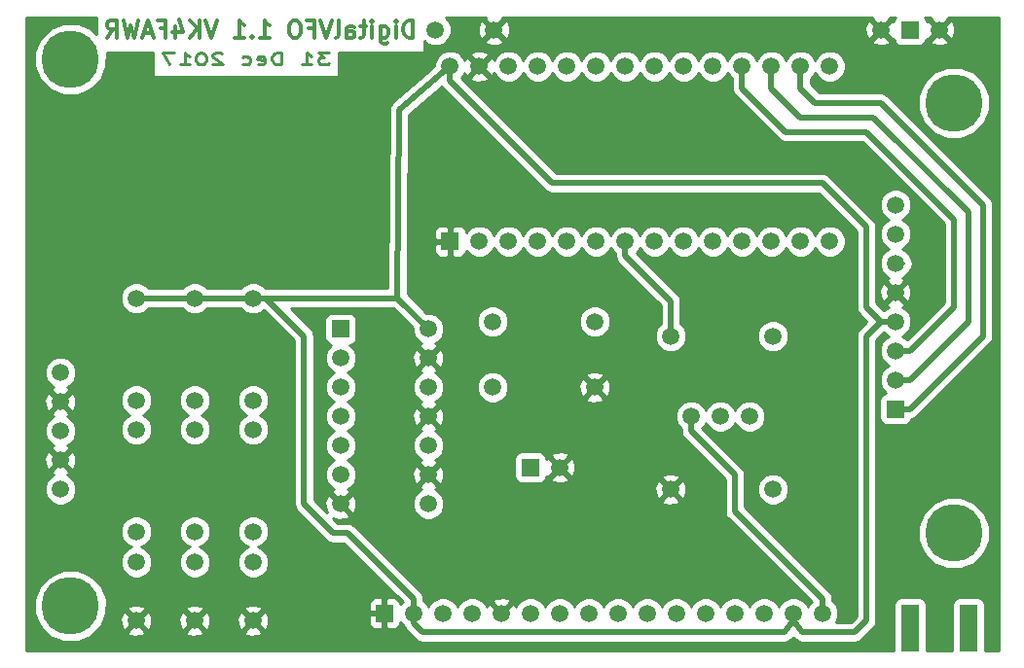
<source format=gbl>
G04 #@! TF.FileFunction,Copper,L2,Bot,Signal*
%FSLAX46Y46*%
G04 Gerber Fmt 4.6, Leading zero omitted, Abs format (unit mm)*
G04 Created by KiCad (PCBNEW 4.0.7) date Thursday, 04 January 2018 'PMt' 04:22:12 PM*
%MOMM*%
%LPD*%
G01*
G04 APERTURE LIST*
%ADD10C,0.100000*%
%ADD11C,0.250000*%
%ADD12C,0.300000*%
%ADD13C,0.600000*%
%ADD14C,5.000000*%
%ADD15C,1.500000*%
%ADD16R,1.524000X1.500000*%
%ADD17R,1.500000X1.500000*%
%ADD18R,1.524000X4.064000*%
%ADD19C,0.500000*%
%ADD20C,0.254000*%
G04 APERTURE END LIST*
D10*
D11*
X123454998Y-64857381D02*
X122526427Y-64857381D01*
X123026427Y-65238333D01*
X122812141Y-65238333D01*
X122669284Y-65285952D01*
X122597855Y-65333571D01*
X122526427Y-65428810D01*
X122526427Y-65666905D01*
X122597855Y-65762143D01*
X122669284Y-65809762D01*
X122812141Y-65857381D01*
X123240713Y-65857381D01*
X123383570Y-65809762D01*
X123454998Y-65762143D01*
X121097856Y-65857381D02*
X121954999Y-65857381D01*
X121526427Y-65857381D02*
X121526427Y-64857381D01*
X121669284Y-65000238D01*
X121812142Y-65095476D01*
X121954999Y-65143095D01*
X119312142Y-65857381D02*
X119312142Y-64857381D01*
X118954999Y-64857381D01*
X118740714Y-64905000D01*
X118597856Y-65000238D01*
X118526428Y-65095476D01*
X118454999Y-65285952D01*
X118454999Y-65428810D01*
X118526428Y-65619286D01*
X118597856Y-65714524D01*
X118740714Y-65809762D01*
X118954999Y-65857381D01*
X119312142Y-65857381D01*
X117240714Y-65809762D02*
X117383571Y-65857381D01*
X117669285Y-65857381D01*
X117812142Y-65809762D01*
X117883571Y-65714524D01*
X117883571Y-65333571D01*
X117812142Y-65238333D01*
X117669285Y-65190714D01*
X117383571Y-65190714D01*
X117240714Y-65238333D01*
X117169285Y-65333571D01*
X117169285Y-65428810D01*
X117883571Y-65524048D01*
X115883571Y-65809762D02*
X116026428Y-65857381D01*
X116312142Y-65857381D01*
X116455000Y-65809762D01*
X116526428Y-65762143D01*
X116597857Y-65666905D01*
X116597857Y-65381190D01*
X116526428Y-65285952D01*
X116455000Y-65238333D01*
X116312142Y-65190714D01*
X116026428Y-65190714D01*
X115883571Y-65238333D01*
X114169286Y-64952619D02*
X114097857Y-64905000D01*
X113955000Y-64857381D01*
X113597857Y-64857381D01*
X113455000Y-64905000D01*
X113383571Y-64952619D01*
X113312143Y-65047857D01*
X113312143Y-65143095D01*
X113383571Y-65285952D01*
X114240714Y-65857381D01*
X113312143Y-65857381D01*
X112383572Y-64857381D02*
X112240715Y-64857381D01*
X112097858Y-64905000D01*
X112026429Y-64952619D01*
X111955000Y-65047857D01*
X111883572Y-65238333D01*
X111883572Y-65476429D01*
X111955000Y-65666905D01*
X112026429Y-65762143D01*
X112097858Y-65809762D01*
X112240715Y-65857381D01*
X112383572Y-65857381D01*
X112526429Y-65809762D01*
X112597858Y-65762143D01*
X112669286Y-65666905D01*
X112740715Y-65476429D01*
X112740715Y-65238333D01*
X112669286Y-65047857D01*
X112597858Y-64952619D01*
X112526429Y-64905000D01*
X112383572Y-64857381D01*
X110455001Y-65857381D02*
X111312144Y-65857381D01*
X110883572Y-65857381D02*
X110883572Y-64857381D01*
X111026429Y-65000238D01*
X111169287Y-65095476D01*
X111312144Y-65143095D01*
X109955001Y-64857381D02*
X108955001Y-64857381D01*
X109597858Y-65857381D01*
D12*
X130760713Y-63543571D02*
X130760713Y-62043571D01*
X130403570Y-62043571D01*
X130189285Y-62115000D01*
X130046427Y-62257857D01*
X129974999Y-62400714D01*
X129903570Y-62686429D01*
X129903570Y-62900714D01*
X129974999Y-63186429D01*
X130046427Y-63329286D01*
X130189285Y-63472143D01*
X130403570Y-63543571D01*
X130760713Y-63543571D01*
X129260713Y-63543571D02*
X129260713Y-62543571D01*
X129260713Y-62043571D02*
X129332142Y-62115000D01*
X129260713Y-62186429D01*
X129189285Y-62115000D01*
X129260713Y-62043571D01*
X129260713Y-62186429D01*
X127903570Y-62543571D02*
X127903570Y-63757857D01*
X127974999Y-63900714D01*
X128046427Y-63972143D01*
X128189284Y-64043571D01*
X128403570Y-64043571D01*
X128546427Y-63972143D01*
X127903570Y-63472143D02*
X128046427Y-63543571D01*
X128332141Y-63543571D01*
X128474999Y-63472143D01*
X128546427Y-63400714D01*
X128617856Y-63257857D01*
X128617856Y-62829286D01*
X128546427Y-62686429D01*
X128474999Y-62615000D01*
X128332141Y-62543571D01*
X128046427Y-62543571D01*
X127903570Y-62615000D01*
X127189284Y-63543571D02*
X127189284Y-62543571D01*
X127189284Y-62043571D02*
X127260713Y-62115000D01*
X127189284Y-62186429D01*
X127117856Y-62115000D01*
X127189284Y-62043571D01*
X127189284Y-62186429D01*
X126689284Y-62543571D02*
X126117855Y-62543571D01*
X126474998Y-62043571D02*
X126474998Y-63329286D01*
X126403570Y-63472143D01*
X126260712Y-63543571D01*
X126117855Y-63543571D01*
X124974998Y-63543571D02*
X124974998Y-62757857D01*
X125046427Y-62615000D01*
X125189284Y-62543571D01*
X125474998Y-62543571D01*
X125617855Y-62615000D01*
X124974998Y-63472143D02*
X125117855Y-63543571D01*
X125474998Y-63543571D01*
X125617855Y-63472143D01*
X125689284Y-63329286D01*
X125689284Y-63186429D01*
X125617855Y-63043571D01*
X125474998Y-62972143D01*
X125117855Y-62972143D01*
X124974998Y-62900714D01*
X124046426Y-63543571D02*
X124189284Y-63472143D01*
X124260712Y-63329286D01*
X124260712Y-62043571D01*
X123689284Y-62043571D02*
X123189284Y-63543571D01*
X122689284Y-62043571D01*
X121689284Y-62757857D02*
X122189284Y-62757857D01*
X122189284Y-63543571D02*
X122189284Y-62043571D01*
X121474998Y-62043571D01*
X120617856Y-62043571D02*
X120332142Y-62043571D01*
X120189284Y-62115000D01*
X120046427Y-62257857D01*
X119974999Y-62543571D01*
X119974999Y-63043571D01*
X120046427Y-63329286D01*
X120189284Y-63472143D01*
X120332142Y-63543571D01*
X120617856Y-63543571D01*
X120760713Y-63472143D01*
X120903570Y-63329286D01*
X120974999Y-63043571D01*
X120974999Y-62543571D01*
X120903570Y-62257857D01*
X120760713Y-62115000D01*
X120617856Y-62043571D01*
X117403570Y-63543571D02*
X118260713Y-63543571D01*
X117832141Y-63543571D02*
X117832141Y-62043571D01*
X117974998Y-62257857D01*
X118117856Y-62400714D01*
X118260713Y-62472143D01*
X116760713Y-63400714D02*
X116689285Y-63472143D01*
X116760713Y-63543571D01*
X116832142Y-63472143D01*
X116760713Y-63400714D01*
X116760713Y-63543571D01*
X115260713Y-63543571D02*
X116117856Y-63543571D01*
X115689284Y-63543571D02*
X115689284Y-62043571D01*
X115832141Y-62257857D01*
X115974999Y-62400714D01*
X116117856Y-62472143D01*
X113689285Y-62043571D02*
X113189285Y-63543571D01*
X112689285Y-62043571D01*
X112189285Y-63543571D02*
X112189285Y-62043571D01*
X111332142Y-63543571D02*
X111974999Y-62686429D01*
X111332142Y-62043571D02*
X112189285Y-62900714D01*
X110046428Y-62543571D02*
X110046428Y-63543571D01*
X110403571Y-61972143D02*
X110760714Y-63043571D01*
X109832142Y-63043571D01*
X108760714Y-62757857D02*
X109260714Y-62757857D01*
X109260714Y-63543571D02*
X109260714Y-62043571D01*
X108546428Y-62043571D01*
X108046429Y-63115000D02*
X107332143Y-63115000D01*
X108189286Y-63543571D02*
X107689286Y-62043571D01*
X107189286Y-63543571D01*
X106832143Y-62043571D02*
X106475000Y-63543571D01*
X106189286Y-62472143D01*
X105903572Y-63543571D01*
X105546429Y-62043571D01*
X104117857Y-63543571D02*
X104617857Y-62829286D01*
X104975000Y-63543571D02*
X104975000Y-62043571D01*
X104403572Y-62043571D01*
X104260714Y-62115000D01*
X104189286Y-62186429D01*
X104117857Y-62329286D01*
X104117857Y-62543571D01*
X104189286Y-62686429D01*
X104260714Y-62757857D01*
X104403572Y-62829286D01*
X104975000Y-62829286D01*
D13*
X111760000Y-73660000D03*
X161925000Y-73660000D03*
D14*
X100965000Y-65405000D03*
X100965000Y-113030000D03*
X177800000Y-106680000D03*
X177800000Y-69215000D03*
D13*
X172720000Y-111760000D03*
X180340000Y-111760000D03*
X143510000Y-111125000D03*
X158750000Y-85090000D03*
X139065000Y-111125000D03*
D15*
X171450000Y-62865000D03*
D16*
X173990000Y-62865000D03*
D15*
X176530000Y-62865000D03*
X132715000Y-62865000D03*
X137795000Y-62865000D03*
X137668000Y-88265000D03*
X146558000Y-88265000D03*
X162052000Y-89535000D03*
X153162000Y-89535000D03*
X162052000Y-102870000D03*
X153162000Y-102870000D03*
D17*
X140970000Y-100965000D03*
D15*
X143510000Y-100965000D03*
X137668000Y-93980000D03*
X146558000Y-93980000D03*
X106680000Y-86233000D03*
X106680000Y-95123000D03*
X111760000Y-86233000D03*
X111760000Y-95123000D03*
X116840000Y-86233000D03*
X116840000Y-95123000D03*
X106680000Y-97663000D03*
X106680000Y-106553000D03*
X111760000Y-97663000D03*
X111760000Y-106553000D03*
X116840000Y-97663000D03*
X116840000Y-106553000D03*
X106680000Y-109220000D03*
X106680000Y-114300000D03*
X111760000Y-109220000D03*
X111760000Y-114300000D03*
X116840000Y-109220000D03*
X116840000Y-114300000D03*
X100076000Y-102870000D03*
X100076000Y-100330000D03*
X100076000Y-97790000D03*
X100076000Y-95250000D03*
X100076000Y-92710000D03*
D18*
X173990000Y-114935000D03*
X179070000Y-114935000D03*
D15*
X160020000Y-96520000D03*
X157480000Y-96520000D03*
X154940000Y-96520000D03*
D17*
X133985000Y-81280000D03*
D15*
X136525000Y-81280000D03*
X139065000Y-81280000D03*
X141605000Y-81280000D03*
X144145000Y-81280000D03*
X146685000Y-81280000D03*
X149225000Y-81280000D03*
X151765000Y-81280000D03*
X154305000Y-81280000D03*
X156845000Y-81280000D03*
X159385000Y-81280000D03*
X161925000Y-81280000D03*
X164465000Y-81280000D03*
X167005000Y-81280000D03*
X167005000Y-66040000D03*
X164465000Y-66040000D03*
X161925000Y-66040000D03*
X159385000Y-66040000D03*
X156845000Y-66040000D03*
X154305000Y-66040000D03*
X151765000Y-66040000D03*
X149225000Y-66040000D03*
X146685000Y-66040000D03*
X144145000Y-66040000D03*
X141605000Y-66040000D03*
X139065000Y-66040000D03*
X136525000Y-66040000D03*
X133985000Y-66040000D03*
X172720000Y-78105000D03*
X172720000Y-80645000D03*
X172720000Y-83185000D03*
X172720000Y-85725000D03*
X172720000Y-88265000D03*
X172720000Y-90805000D03*
X172720000Y-93345000D03*
D17*
X172720000Y-95885000D03*
X124460000Y-88900000D03*
D15*
X124460000Y-91440000D03*
X124460000Y-93980000D03*
X124460000Y-96520000D03*
X124460000Y-99060000D03*
X124460000Y-101600000D03*
X124460000Y-104140000D03*
X132080000Y-104140000D03*
X132080000Y-101600000D03*
X132080000Y-99060000D03*
X132080000Y-96520000D03*
X132080000Y-93980000D03*
X132080000Y-91440000D03*
X132080000Y-88900000D03*
D17*
X128270000Y-113665000D03*
D15*
X130810000Y-113665000D03*
X133350000Y-113665000D03*
X135890000Y-113665000D03*
X138430000Y-113665000D03*
X140970000Y-113665000D03*
X143510000Y-113665000D03*
X146050000Y-113665000D03*
X148590000Y-113665000D03*
X151130000Y-113665000D03*
X153670000Y-113665000D03*
X156210000Y-113665000D03*
X158750000Y-113665000D03*
X161290000Y-113665000D03*
X163830000Y-113665000D03*
X166370000Y-113665000D03*
D19*
X172720000Y-83185000D02*
X173355000Y-83185000D01*
X130810000Y-113665000D02*
X130810000Y-112395000D01*
X117983000Y-86233000D02*
X116840000Y-86233000D01*
X121285000Y-89535000D02*
X117983000Y-86233000D01*
X121285000Y-104140000D02*
X121285000Y-89535000D01*
X123825000Y-106680000D02*
X121285000Y-104140000D01*
X125095000Y-106680000D02*
X123825000Y-106680000D01*
X130810000Y-112395000D02*
X125095000Y-106680000D01*
X166370000Y-76200000D02*
X142875000Y-76200000D01*
X170180000Y-86995000D02*
X170180000Y-80010000D01*
X170180000Y-80010000D02*
X166370000Y-76200000D01*
X171450000Y-88265000D02*
X170180000Y-86995000D01*
X133985000Y-67310000D02*
X133985000Y-66040000D01*
X142875000Y-76200000D02*
X133985000Y-67310000D01*
X132080000Y-88900000D02*
X129413000Y-86233000D01*
X129413000Y-86233000D02*
X129540000Y-69850000D01*
X129540000Y-69850000D02*
X133985000Y-66040000D01*
X116840000Y-86233000D02*
X129413000Y-86233000D01*
X111760000Y-86233000D02*
X116840000Y-86233000D01*
X106680000Y-86233000D02*
X111760000Y-86233000D01*
X171450000Y-88265000D02*
X170180000Y-89535000D01*
X170180000Y-89535000D02*
X170180000Y-114300000D01*
X169164000Y-115316000D02*
X170180000Y-114300000D01*
X164592000Y-115316000D02*
X169164000Y-115316000D01*
X164592000Y-115316000D02*
X163830000Y-114300000D01*
X171450000Y-88265000D02*
X172720000Y-88265000D01*
X163830000Y-113665000D02*
X163830000Y-114300000D01*
X130810000Y-114554000D02*
X130810000Y-113665000D01*
X163830000Y-114300000D02*
X163068000Y-115316000D01*
X163068000Y-115316000D02*
X131572000Y-115316000D01*
X131572000Y-115316000D02*
X130810000Y-114554000D01*
X133985000Y-66040000D02*
X133985000Y-66675000D01*
X154940000Y-96520000D02*
X154940000Y-97790000D01*
X166370000Y-112395000D02*
X166370000Y-113665000D01*
X158750000Y-104775000D02*
X166370000Y-112395000D01*
X158750000Y-101600000D02*
X158750000Y-104775000D01*
X154940000Y-97790000D02*
X158750000Y-101600000D01*
X149225000Y-81280000D02*
X149225000Y-82550000D01*
X153162000Y-86487000D02*
X153162000Y-89535000D01*
X149225000Y-82550000D02*
X153162000Y-86487000D01*
X172720000Y-95885000D02*
X173990000Y-95885000D01*
X164465000Y-67945000D02*
X165735000Y-69215000D01*
X165735000Y-69215000D02*
X171450000Y-69215000D01*
X171450000Y-69215000D02*
X180340000Y-78105000D01*
X180340000Y-78105000D02*
X180340000Y-89535000D01*
X180340000Y-89535000D02*
X173990000Y-95885000D01*
X164465000Y-67945000D02*
X164465000Y-66040000D01*
X172720000Y-93345000D02*
X173990000Y-93345000D01*
X161925000Y-67945000D02*
X161925000Y-66040000D01*
X179070000Y-78740000D02*
X179070000Y-88265000D01*
X170815000Y-70485000D02*
X179070000Y-78740000D01*
X164465000Y-70485000D02*
X170815000Y-70485000D01*
X161925000Y-67945000D02*
X164465000Y-70485000D01*
X179070000Y-88265000D02*
X173990000Y-93345000D01*
X172720000Y-90805000D02*
X173990000Y-90805000D01*
X177800000Y-86995000D02*
X177800000Y-79375000D01*
X159385000Y-67945000D02*
X159385000Y-66040000D01*
X170180000Y-71755000D02*
X177800000Y-79375000D01*
X163195000Y-71755000D02*
X170180000Y-71755000D01*
X159385000Y-67945000D02*
X163195000Y-71755000D01*
X173990000Y-90805000D02*
X177800000Y-86995000D01*
D20*
G36*
X103197144Y-63203610D02*
X102743153Y-62748826D01*
X101591326Y-62270546D01*
X100344146Y-62269457D01*
X99191485Y-62745727D01*
X98308826Y-63626847D01*
X97830546Y-64778674D01*
X97829457Y-66025854D01*
X98305727Y-67178515D01*
X99186847Y-68061174D01*
X100338674Y-68539454D01*
X101585854Y-68540543D01*
X102738515Y-68064273D01*
X103621174Y-67183153D01*
X104099454Y-66031326D01*
X104100485Y-64850000D01*
X108105716Y-64850000D01*
X108105716Y-66965000D01*
X124304284Y-66965000D01*
X124304284Y-64850000D01*
X131752857Y-64850000D01*
X131752857Y-63861574D01*
X131929436Y-64038461D01*
X132438298Y-64249759D01*
X132989285Y-64250240D01*
X133498515Y-64039831D01*
X133702183Y-63836517D01*
X137003088Y-63836517D01*
X137071077Y-64077460D01*
X137590171Y-64262201D01*
X138140448Y-64234230D01*
X138518923Y-64077460D01*
X138586912Y-63836517D01*
X170658088Y-63836517D01*
X170726077Y-64077460D01*
X171245171Y-64262201D01*
X171795448Y-64234230D01*
X172173923Y-64077460D01*
X172241912Y-63836517D01*
X171450000Y-63044605D01*
X170658088Y-63836517D01*
X138586912Y-63836517D01*
X137795000Y-63044605D01*
X137003088Y-63836517D01*
X133702183Y-63836517D01*
X133888461Y-63650564D01*
X134099759Y-63141702D01*
X134100179Y-62660171D01*
X136397799Y-62660171D01*
X136425770Y-63210448D01*
X136582540Y-63588923D01*
X136823483Y-63656912D01*
X137615395Y-62865000D01*
X137974605Y-62865000D01*
X138766517Y-63656912D01*
X139007460Y-63588923D01*
X139192201Y-63069829D01*
X139171378Y-62660171D01*
X170052799Y-62660171D01*
X170080770Y-63210448D01*
X170237540Y-63588923D01*
X170478483Y-63656912D01*
X171270395Y-62865000D01*
X170478483Y-62073088D01*
X170237540Y-62141077D01*
X170052799Y-62660171D01*
X139171378Y-62660171D01*
X139164230Y-62519552D01*
X139007460Y-62141077D01*
X138766517Y-62073088D01*
X137974605Y-62865000D01*
X137615395Y-62865000D01*
X136823483Y-62073088D01*
X136582540Y-62141077D01*
X136397799Y-62660171D01*
X134100179Y-62660171D01*
X134100240Y-62590715D01*
X133889831Y-62081485D01*
X133580885Y-61772000D01*
X137037368Y-61772000D01*
X137003088Y-61893483D01*
X137795000Y-62685395D01*
X138586912Y-61893483D01*
X138552632Y-61772000D01*
X170692368Y-61772000D01*
X170658088Y-61893483D01*
X171450000Y-62685395D01*
X172241912Y-61893483D01*
X172207632Y-61772000D01*
X172693822Y-61772000D01*
X172631569Y-61863110D01*
X172580560Y-62115000D01*
X172580560Y-62117967D01*
X172421517Y-62073088D01*
X171629605Y-62865000D01*
X172421517Y-63656912D01*
X172580560Y-63612033D01*
X172580560Y-63615000D01*
X172624838Y-63850317D01*
X172763910Y-64066441D01*
X172976110Y-64211431D01*
X173228000Y-64262440D01*
X174752000Y-64262440D01*
X174987317Y-64218162D01*
X175203441Y-64079090D01*
X175348431Y-63866890D01*
X175354581Y-63836517D01*
X175738088Y-63836517D01*
X175806077Y-64077460D01*
X176325171Y-64262201D01*
X176875448Y-64234230D01*
X177253923Y-64077460D01*
X177321912Y-63836517D01*
X176530000Y-63044605D01*
X175738088Y-63836517D01*
X175354581Y-63836517D01*
X175399440Y-63615000D01*
X175399440Y-63612033D01*
X175558483Y-63656912D01*
X176350395Y-62865000D01*
X176709605Y-62865000D01*
X177501517Y-63656912D01*
X177742460Y-63588923D01*
X177927201Y-63069829D01*
X177899230Y-62519552D01*
X177742460Y-62141077D01*
X177501517Y-62073088D01*
X176709605Y-62865000D01*
X176350395Y-62865000D01*
X175558483Y-62073088D01*
X175399440Y-62117967D01*
X175399440Y-62115000D01*
X175355162Y-61879683D01*
X175285870Y-61772000D01*
X175772368Y-61772000D01*
X175738088Y-61893483D01*
X176530000Y-62685395D01*
X177321912Y-61893483D01*
X177287632Y-61772000D01*
X181687000Y-61772000D01*
X181687000Y-116917000D01*
X180479440Y-116917000D01*
X180479440Y-112903000D01*
X180435162Y-112667683D01*
X180296090Y-112451559D01*
X180083890Y-112306569D01*
X179832000Y-112255560D01*
X178308000Y-112255560D01*
X178072683Y-112299838D01*
X177856559Y-112438910D01*
X177711569Y-112651110D01*
X177660560Y-112903000D01*
X177660560Y-116917000D01*
X175399440Y-116917000D01*
X175399440Y-112903000D01*
X175355162Y-112667683D01*
X175216090Y-112451559D01*
X175003890Y-112306569D01*
X174752000Y-112255560D01*
X173228000Y-112255560D01*
X172992683Y-112299838D01*
X172776559Y-112438910D01*
X172631569Y-112651110D01*
X172580560Y-112903000D01*
X172580560Y-116917000D01*
X97078000Y-116917000D01*
X97078000Y-113650854D01*
X97829457Y-113650854D01*
X98305727Y-114803515D01*
X99186847Y-115686174D01*
X100338674Y-116164454D01*
X101585854Y-116165543D01*
X102738515Y-115689273D01*
X103157000Y-115271517D01*
X105888088Y-115271517D01*
X105956077Y-115512460D01*
X106475171Y-115697201D01*
X107025448Y-115669230D01*
X107403923Y-115512460D01*
X107471912Y-115271517D01*
X110968088Y-115271517D01*
X111036077Y-115512460D01*
X111555171Y-115697201D01*
X112105448Y-115669230D01*
X112483923Y-115512460D01*
X112551912Y-115271517D01*
X116048088Y-115271517D01*
X116116077Y-115512460D01*
X116635171Y-115697201D01*
X117185448Y-115669230D01*
X117563923Y-115512460D01*
X117631912Y-115271517D01*
X116840000Y-114479605D01*
X116048088Y-115271517D01*
X112551912Y-115271517D01*
X111760000Y-114479605D01*
X110968088Y-115271517D01*
X107471912Y-115271517D01*
X106680000Y-114479605D01*
X105888088Y-115271517D01*
X103157000Y-115271517D01*
X103621174Y-114808153D01*
X103917229Y-114095171D01*
X105282799Y-114095171D01*
X105310770Y-114645448D01*
X105467540Y-115023923D01*
X105708483Y-115091912D01*
X106500395Y-114300000D01*
X106859605Y-114300000D01*
X107651517Y-115091912D01*
X107892460Y-115023923D01*
X108077201Y-114504829D01*
X108056378Y-114095171D01*
X110362799Y-114095171D01*
X110390770Y-114645448D01*
X110547540Y-115023923D01*
X110788483Y-115091912D01*
X111580395Y-114300000D01*
X111939605Y-114300000D01*
X112731517Y-115091912D01*
X112972460Y-115023923D01*
X113157201Y-114504829D01*
X113136378Y-114095171D01*
X115442799Y-114095171D01*
X115470770Y-114645448D01*
X115627540Y-115023923D01*
X115868483Y-115091912D01*
X116660395Y-114300000D01*
X117019605Y-114300000D01*
X117811517Y-115091912D01*
X118052460Y-115023923D01*
X118237201Y-114504829D01*
X118209230Y-113954552D01*
X118207656Y-113950750D01*
X126885000Y-113950750D01*
X126885000Y-114541310D01*
X126981673Y-114774699D01*
X127160302Y-114953327D01*
X127393691Y-115050000D01*
X127984250Y-115050000D01*
X128143000Y-114891250D01*
X128143000Y-113792000D01*
X127043750Y-113792000D01*
X126885000Y-113950750D01*
X118207656Y-113950750D01*
X118052460Y-113576077D01*
X117811517Y-113508088D01*
X117019605Y-114300000D01*
X116660395Y-114300000D01*
X115868483Y-113508088D01*
X115627540Y-113576077D01*
X115442799Y-114095171D01*
X113136378Y-114095171D01*
X113129230Y-113954552D01*
X112972460Y-113576077D01*
X112731517Y-113508088D01*
X111939605Y-114300000D01*
X111580395Y-114300000D01*
X110788483Y-113508088D01*
X110547540Y-113576077D01*
X110362799Y-114095171D01*
X108056378Y-114095171D01*
X108049230Y-113954552D01*
X107892460Y-113576077D01*
X107651517Y-113508088D01*
X106859605Y-114300000D01*
X106500395Y-114300000D01*
X105708483Y-113508088D01*
X105467540Y-113576077D01*
X105282799Y-114095171D01*
X103917229Y-114095171D01*
X104099454Y-113656326D01*
X104099740Y-113328483D01*
X105888088Y-113328483D01*
X106680000Y-114120395D01*
X107471912Y-113328483D01*
X110968088Y-113328483D01*
X111760000Y-114120395D01*
X112551912Y-113328483D01*
X116048088Y-113328483D01*
X116840000Y-114120395D01*
X117631912Y-113328483D01*
X117563923Y-113087540D01*
X117044829Y-112902799D01*
X116494552Y-112930770D01*
X116116077Y-113087540D01*
X116048088Y-113328483D01*
X112551912Y-113328483D01*
X112483923Y-113087540D01*
X111964829Y-112902799D01*
X111414552Y-112930770D01*
X111036077Y-113087540D01*
X110968088Y-113328483D01*
X107471912Y-113328483D01*
X107403923Y-113087540D01*
X106884829Y-112902799D01*
X106334552Y-112930770D01*
X105956077Y-113087540D01*
X105888088Y-113328483D01*
X104099740Y-113328483D01*
X104100211Y-112788690D01*
X126885000Y-112788690D01*
X126885000Y-113379250D01*
X127043750Y-113538000D01*
X128143000Y-113538000D01*
X128143000Y-112438750D01*
X127984250Y-112280000D01*
X127393691Y-112280000D01*
X127160302Y-112376673D01*
X126981673Y-112555301D01*
X126885000Y-112788690D01*
X104100211Y-112788690D01*
X104100543Y-112409146D01*
X103624273Y-111256485D01*
X102743153Y-110373826D01*
X101591326Y-109895546D01*
X100344146Y-109894457D01*
X99191485Y-110370727D01*
X98308826Y-111251847D01*
X97830546Y-112403674D01*
X97829457Y-113650854D01*
X97078000Y-113650854D01*
X97078000Y-106827285D01*
X105294760Y-106827285D01*
X105505169Y-107336515D01*
X105894436Y-107726461D01*
X106280173Y-107886633D01*
X105896485Y-108045169D01*
X105506539Y-108434436D01*
X105295241Y-108943298D01*
X105294760Y-109494285D01*
X105505169Y-110003515D01*
X105894436Y-110393461D01*
X106403298Y-110604759D01*
X106954285Y-110605240D01*
X107463515Y-110394831D01*
X107853461Y-110005564D01*
X108064759Y-109496702D01*
X108065240Y-108945715D01*
X107854831Y-108436485D01*
X107465564Y-108046539D01*
X107079827Y-107886367D01*
X107463515Y-107727831D01*
X107853461Y-107338564D01*
X108064759Y-106829702D01*
X108064761Y-106827285D01*
X110374760Y-106827285D01*
X110585169Y-107336515D01*
X110974436Y-107726461D01*
X111360173Y-107886633D01*
X110976485Y-108045169D01*
X110586539Y-108434436D01*
X110375241Y-108943298D01*
X110374760Y-109494285D01*
X110585169Y-110003515D01*
X110974436Y-110393461D01*
X111483298Y-110604759D01*
X112034285Y-110605240D01*
X112543515Y-110394831D01*
X112933461Y-110005564D01*
X113144759Y-109496702D01*
X113145240Y-108945715D01*
X112934831Y-108436485D01*
X112545564Y-108046539D01*
X112159827Y-107886367D01*
X112543515Y-107727831D01*
X112933461Y-107338564D01*
X113144759Y-106829702D01*
X113144761Y-106827285D01*
X115454760Y-106827285D01*
X115665169Y-107336515D01*
X116054436Y-107726461D01*
X116440173Y-107886633D01*
X116056485Y-108045169D01*
X115666539Y-108434436D01*
X115455241Y-108943298D01*
X115454760Y-109494285D01*
X115665169Y-110003515D01*
X116054436Y-110393461D01*
X116563298Y-110604759D01*
X117114285Y-110605240D01*
X117623515Y-110394831D01*
X118013461Y-110005564D01*
X118224759Y-109496702D01*
X118225240Y-108945715D01*
X118014831Y-108436485D01*
X117625564Y-108046539D01*
X117239827Y-107886367D01*
X117623515Y-107727831D01*
X118013461Y-107338564D01*
X118224759Y-106829702D01*
X118225240Y-106278715D01*
X118014831Y-105769485D01*
X117625564Y-105379539D01*
X117116702Y-105168241D01*
X116565715Y-105167760D01*
X116056485Y-105378169D01*
X115666539Y-105767436D01*
X115455241Y-106276298D01*
X115454760Y-106827285D01*
X113144761Y-106827285D01*
X113145240Y-106278715D01*
X112934831Y-105769485D01*
X112545564Y-105379539D01*
X112036702Y-105168241D01*
X111485715Y-105167760D01*
X110976485Y-105378169D01*
X110586539Y-105767436D01*
X110375241Y-106276298D01*
X110374760Y-106827285D01*
X108064761Y-106827285D01*
X108065240Y-106278715D01*
X107854831Y-105769485D01*
X107465564Y-105379539D01*
X106956702Y-105168241D01*
X106405715Y-105167760D01*
X105896485Y-105378169D01*
X105506539Y-105767436D01*
X105295241Y-106276298D01*
X105294760Y-106827285D01*
X97078000Y-106827285D01*
X97078000Y-103144285D01*
X98690760Y-103144285D01*
X98901169Y-103653515D01*
X99290436Y-104043461D01*
X99799298Y-104254759D01*
X100350285Y-104255240D01*
X100859515Y-104044831D01*
X101249461Y-103655564D01*
X101460759Y-103146702D01*
X101461240Y-102595715D01*
X101250831Y-102086485D01*
X100861564Y-101696539D01*
X100645021Y-101606623D01*
X100799923Y-101542460D01*
X100867912Y-101301517D01*
X100076000Y-100509605D01*
X99284088Y-101301517D01*
X99352077Y-101542460D01*
X99518621Y-101601732D01*
X99292485Y-101695169D01*
X98902539Y-102084436D01*
X98691241Y-102593298D01*
X98690760Y-103144285D01*
X97078000Y-103144285D01*
X97078000Y-100125171D01*
X98678799Y-100125171D01*
X98706770Y-100675448D01*
X98863540Y-101053923D01*
X99104483Y-101121912D01*
X99896395Y-100330000D01*
X100255605Y-100330000D01*
X101047517Y-101121912D01*
X101288460Y-101053923D01*
X101473201Y-100534829D01*
X101445230Y-99984552D01*
X101288460Y-99606077D01*
X101047517Y-99538088D01*
X100255605Y-100330000D01*
X99896395Y-100330000D01*
X99104483Y-99538088D01*
X98863540Y-99606077D01*
X98678799Y-100125171D01*
X97078000Y-100125171D01*
X97078000Y-98064285D01*
X98690760Y-98064285D01*
X98901169Y-98573515D01*
X99290436Y-98963461D01*
X99506979Y-99053377D01*
X99352077Y-99117540D01*
X99284088Y-99358483D01*
X100076000Y-100150395D01*
X100867912Y-99358483D01*
X100799923Y-99117540D01*
X100633379Y-99058268D01*
X100859515Y-98964831D01*
X101249461Y-98575564D01*
X101460759Y-98066702D01*
X101461240Y-97515715D01*
X101250831Y-97006485D01*
X100861564Y-96616539D01*
X100645021Y-96526623D01*
X100799923Y-96462460D01*
X100867912Y-96221517D01*
X100076000Y-95429605D01*
X99284088Y-96221517D01*
X99352077Y-96462460D01*
X99518621Y-96521732D01*
X99292485Y-96615169D01*
X98902539Y-97004436D01*
X98691241Y-97513298D01*
X98690760Y-98064285D01*
X97078000Y-98064285D01*
X97078000Y-95045171D01*
X98678799Y-95045171D01*
X98706770Y-95595448D01*
X98863540Y-95973923D01*
X99104483Y-96041912D01*
X99896395Y-95250000D01*
X100255605Y-95250000D01*
X101047517Y-96041912D01*
X101288460Y-95973923D01*
X101473201Y-95454829D01*
X101470276Y-95397285D01*
X105294760Y-95397285D01*
X105505169Y-95906515D01*
X105894436Y-96296461D01*
X106126870Y-96392976D01*
X105896485Y-96488169D01*
X105506539Y-96877436D01*
X105295241Y-97386298D01*
X105294760Y-97937285D01*
X105505169Y-98446515D01*
X105894436Y-98836461D01*
X106403298Y-99047759D01*
X106954285Y-99048240D01*
X107463515Y-98837831D01*
X107853461Y-98448564D01*
X108064759Y-97939702D01*
X108065240Y-97388715D01*
X107854831Y-96879485D01*
X107465564Y-96489539D01*
X107233130Y-96393024D01*
X107463515Y-96297831D01*
X107853461Y-95908564D01*
X108064759Y-95399702D01*
X108064761Y-95397285D01*
X110374760Y-95397285D01*
X110585169Y-95906515D01*
X110974436Y-96296461D01*
X111206870Y-96392976D01*
X110976485Y-96488169D01*
X110586539Y-96877436D01*
X110375241Y-97386298D01*
X110374760Y-97937285D01*
X110585169Y-98446515D01*
X110974436Y-98836461D01*
X111483298Y-99047759D01*
X112034285Y-99048240D01*
X112543515Y-98837831D01*
X112933461Y-98448564D01*
X113144759Y-97939702D01*
X113145240Y-97388715D01*
X112934831Y-96879485D01*
X112545564Y-96489539D01*
X112313130Y-96393024D01*
X112543515Y-96297831D01*
X112933461Y-95908564D01*
X113144759Y-95399702D01*
X113144761Y-95397285D01*
X115454760Y-95397285D01*
X115665169Y-95906515D01*
X116054436Y-96296461D01*
X116286870Y-96392976D01*
X116056485Y-96488169D01*
X115666539Y-96877436D01*
X115455241Y-97386298D01*
X115454760Y-97937285D01*
X115665169Y-98446515D01*
X116054436Y-98836461D01*
X116563298Y-99047759D01*
X117114285Y-99048240D01*
X117623515Y-98837831D01*
X118013461Y-98448564D01*
X118224759Y-97939702D01*
X118225240Y-97388715D01*
X118014831Y-96879485D01*
X117625564Y-96489539D01*
X117393130Y-96393024D01*
X117623515Y-96297831D01*
X118013461Y-95908564D01*
X118224759Y-95399702D01*
X118225240Y-94848715D01*
X118014831Y-94339485D01*
X117625564Y-93949539D01*
X117116702Y-93738241D01*
X116565715Y-93737760D01*
X116056485Y-93948169D01*
X115666539Y-94337436D01*
X115455241Y-94846298D01*
X115454760Y-95397285D01*
X113144761Y-95397285D01*
X113145240Y-94848715D01*
X112934831Y-94339485D01*
X112545564Y-93949539D01*
X112036702Y-93738241D01*
X111485715Y-93737760D01*
X110976485Y-93948169D01*
X110586539Y-94337436D01*
X110375241Y-94846298D01*
X110374760Y-95397285D01*
X108064761Y-95397285D01*
X108065240Y-94848715D01*
X107854831Y-94339485D01*
X107465564Y-93949539D01*
X106956702Y-93738241D01*
X106405715Y-93737760D01*
X105896485Y-93948169D01*
X105506539Y-94337436D01*
X105295241Y-94846298D01*
X105294760Y-95397285D01*
X101470276Y-95397285D01*
X101445230Y-94904552D01*
X101288460Y-94526077D01*
X101047517Y-94458088D01*
X100255605Y-95250000D01*
X99896395Y-95250000D01*
X99104483Y-94458088D01*
X98863540Y-94526077D01*
X98678799Y-95045171D01*
X97078000Y-95045171D01*
X97078000Y-92984285D01*
X98690760Y-92984285D01*
X98901169Y-93493515D01*
X99290436Y-93883461D01*
X99506979Y-93973377D01*
X99352077Y-94037540D01*
X99284088Y-94278483D01*
X100076000Y-95070395D01*
X100867912Y-94278483D01*
X100799923Y-94037540D01*
X100633379Y-93978268D01*
X100859515Y-93884831D01*
X101249461Y-93495564D01*
X101460759Y-92986702D01*
X101461240Y-92435715D01*
X101250831Y-91926485D01*
X100861564Y-91536539D01*
X100352702Y-91325241D01*
X99801715Y-91324760D01*
X99292485Y-91535169D01*
X98902539Y-91924436D01*
X98691241Y-92433298D01*
X98690760Y-92984285D01*
X97078000Y-92984285D01*
X97078000Y-86507285D01*
X105294760Y-86507285D01*
X105505169Y-87016515D01*
X105894436Y-87406461D01*
X106403298Y-87617759D01*
X106954285Y-87618240D01*
X107463515Y-87407831D01*
X107753852Y-87118000D01*
X110686477Y-87118000D01*
X110974436Y-87406461D01*
X111483298Y-87617759D01*
X112034285Y-87618240D01*
X112543515Y-87407831D01*
X112833852Y-87118000D01*
X115766477Y-87118000D01*
X116054436Y-87406461D01*
X116563298Y-87617759D01*
X117114285Y-87618240D01*
X117623515Y-87407831D01*
X117765006Y-87266586D01*
X120400000Y-89901579D01*
X120400000Y-104139995D01*
X120399999Y-104140000D01*
X120440743Y-104344829D01*
X120467367Y-104478675D01*
X120471893Y-104485448D01*
X120659210Y-104765790D01*
X123199208Y-107305787D01*
X123199210Y-107305790D01*
X123486325Y-107497633D01*
X123825000Y-107565000D01*
X124728420Y-107565000D01*
X129839875Y-112676454D01*
X129655000Y-112861007D01*
X129655000Y-112788690D01*
X129558327Y-112555301D01*
X129379698Y-112376673D01*
X129146309Y-112280000D01*
X128555750Y-112280000D01*
X128397000Y-112438750D01*
X128397000Y-113538000D01*
X128417000Y-113538000D01*
X128417000Y-113792000D01*
X128397000Y-113792000D01*
X128397000Y-114891250D01*
X128555750Y-115050000D01*
X129146309Y-115050000D01*
X129379698Y-114953327D01*
X129558327Y-114774699D01*
X129655000Y-114541310D01*
X129655000Y-114468381D01*
X129970919Y-114784851D01*
X129992367Y-114892675D01*
X130097327Y-115049759D01*
X130184210Y-115179790D01*
X130946208Y-115941787D01*
X130946210Y-115941790D01*
X131233325Y-116133633D01*
X131289516Y-116144810D01*
X131572000Y-116201001D01*
X131572005Y-116201000D01*
X163068000Y-116201000D01*
X163130016Y-116188664D01*
X163193158Y-116192106D01*
X163297843Y-116155281D01*
X163406675Y-116133633D01*
X163459251Y-116098503D01*
X163518901Y-116077520D01*
X163601519Y-116003443D01*
X163693790Y-115941790D01*
X163728922Y-115889211D01*
X163776000Y-115847000D01*
X163830000Y-115775000D01*
X163884000Y-115847000D01*
X163931078Y-115889211D01*
X163966210Y-115941790D01*
X164058481Y-116003443D01*
X164141099Y-116077520D01*
X164200749Y-116098503D01*
X164253325Y-116133633D01*
X164362157Y-116155281D01*
X164466842Y-116192106D01*
X164529984Y-116188664D01*
X164592000Y-116201000D01*
X169163995Y-116201000D01*
X169164000Y-116201001D01*
X169446484Y-116144810D01*
X169502675Y-116133633D01*
X169789790Y-115941790D01*
X170805787Y-114925792D01*
X170805790Y-114925790D01*
X170997633Y-114638675D01*
X171028672Y-114482633D01*
X171065001Y-114300000D01*
X171065000Y-114299995D01*
X171065000Y-107300854D01*
X174664457Y-107300854D01*
X175140727Y-108453515D01*
X176021847Y-109336174D01*
X177173674Y-109814454D01*
X178420854Y-109815543D01*
X179573515Y-109339273D01*
X180456174Y-108458153D01*
X180934454Y-107306326D01*
X180935543Y-106059146D01*
X180459273Y-104906485D01*
X179578153Y-104023826D01*
X178426326Y-103545546D01*
X177179146Y-103544457D01*
X176026485Y-104020727D01*
X175143826Y-104901847D01*
X174665546Y-106053674D01*
X174664457Y-107300854D01*
X171065000Y-107300854D01*
X171065000Y-89901580D01*
X171731454Y-89235125D01*
X171934436Y-89438461D01*
X172166870Y-89534976D01*
X171936485Y-89630169D01*
X171546539Y-90019436D01*
X171335241Y-90528298D01*
X171334760Y-91079285D01*
X171545169Y-91588515D01*
X171934436Y-91978461D01*
X172166870Y-92074976D01*
X171936485Y-92170169D01*
X171546539Y-92559436D01*
X171335241Y-93068298D01*
X171334760Y-93619285D01*
X171545169Y-94128515D01*
X171914091Y-94498080D01*
X171734683Y-94531838D01*
X171518559Y-94670910D01*
X171373569Y-94883110D01*
X171322560Y-95135000D01*
X171322560Y-96635000D01*
X171366838Y-96870317D01*
X171505910Y-97086441D01*
X171718110Y-97231431D01*
X171970000Y-97282440D01*
X173470000Y-97282440D01*
X173705317Y-97238162D01*
X173921441Y-97099090D01*
X174066431Y-96886890D01*
X174094303Y-96749253D01*
X174272484Y-96713810D01*
X174328675Y-96702633D01*
X174615790Y-96510790D01*
X180965787Y-90160792D01*
X180965790Y-90160790D01*
X181157633Y-89873675D01*
X181170441Y-89809285D01*
X181225001Y-89535000D01*
X181225000Y-89534995D01*
X181225000Y-78105005D01*
X181225001Y-78105000D01*
X181157634Y-77766326D01*
X181093975Y-77671054D01*
X180965790Y-77479210D01*
X180965787Y-77479208D01*
X173322434Y-69835854D01*
X174664457Y-69835854D01*
X175140727Y-70988515D01*
X176021847Y-71871174D01*
X177173674Y-72349454D01*
X178420854Y-72350543D01*
X179573515Y-71874273D01*
X180456174Y-70993153D01*
X180934454Y-69841326D01*
X180935543Y-68594146D01*
X180459273Y-67441485D01*
X179578153Y-66558826D01*
X178426326Y-66080546D01*
X177179146Y-66079457D01*
X176026485Y-66555727D01*
X175143826Y-67436847D01*
X174665546Y-68588674D01*
X174664457Y-69835854D01*
X173322434Y-69835854D01*
X172075790Y-68589210D01*
X172001324Y-68539454D01*
X171788675Y-68397367D01*
X171732484Y-68386190D01*
X171450000Y-68329999D01*
X171449995Y-68330000D01*
X166101579Y-68330000D01*
X165350000Y-67578420D01*
X165350000Y-67113523D01*
X165638461Y-66825564D01*
X165734976Y-66593130D01*
X165830169Y-66823515D01*
X166219436Y-67213461D01*
X166728298Y-67424759D01*
X167279285Y-67425240D01*
X167788515Y-67214831D01*
X168178461Y-66825564D01*
X168389759Y-66316702D01*
X168390240Y-65765715D01*
X168179831Y-65256485D01*
X167790564Y-64866539D01*
X167281702Y-64655241D01*
X166730715Y-64654760D01*
X166221485Y-64865169D01*
X165831539Y-65254436D01*
X165735024Y-65486870D01*
X165639831Y-65256485D01*
X165250564Y-64866539D01*
X164741702Y-64655241D01*
X164190715Y-64654760D01*
X163681485Y-64865169D01*
X163291539Y-65254436D01*
X163195024Y-65486870D01*
X163099831Y-65256485D01*
X162710564Y-64866539D01*
X162201702Y-64655241D01*
X161650715Y-64654760D01*
X161141485Y-64865169D01*
X160751539Y-65254436D01*
X160655024Y-65486870D01*
X160559831Y-65256485D01*
X160170564Y-64866539D01*
X159661702Y-64655241D01*
X159110715Y-64654760D01*
X158601485Y-64865169D01*
X158211539Y-65254436D01*
X158115024Y-65486870D01*
X158019831Y-65256485D01*
X157630564Y-64866539D01*
X157121702Y-64655241D01*
X156570715Y-64654760D01*
X156061485Y-64865169D01*
X155671539Y-65254436D01*
X155575024Y-65486870D01*
X155479831Y-65256485D01*
X155090564Y-64866539D01*
X154581702Y-64655241D01*
X154030715Y-64654760D01*
X153521485Y-64865169D01*
X153131539Y-65254436D01*
X153035024Y-65486870D01*
X152939831Y-65256485D01*
X152550564Y-64866539D01*
X152041702Y-64655241D01*
X151490715Y-64654760D01*
X150981485Y-64865169D01*
X150591539Y-65254436D01*
X150495024Y-65486870D01*
X150399831Y-65256485D01*
X150010564Y-64866539D01*
X149501702Y-64655241D01*
X148950715Y-64654760D01*
X148441485Y-64865169D01*
X148051539Y-65254436D01*
X147955024Y-65486870D01*
X147859831Y-65256485D01*
X147470564Y-64866539D01*
X146961702Y-64655241D01*
X146410715Y-64654760D01*
X145901485Y-64865169D01*
X145511539Y-65254436D01*
X145415024Y-65486870D01*
X145319831Y-65256485D01*
X144930564Y-64866539D01*
X144421702Y-64655241D01*
X143870715Y-64654760D01*
X143361485Y-64865169D01*
X142971539Y-65254436D01*
X142875024Y-65486870D01*
X142779831Y-65256485D01*
X142390564Y-64866539D01*
X141881702Y-64655241D01*
X141330715Y-64654760D01*
X140821485Y-64865169D01*
X140431539Y-65254436D01*
X140335024Y-65486870D01*
X140239831Y-65256485D01*
X139850564Y-64866539D01*
X139341702Y-64655241D01*
X138790715Y-64654760D01*
X138281485Y-64865169D01*
X137891539Y-65254436D01*
X137801623Y-65470979D01*
X137737460Y-65316077D01*
X137496517Y-65248088D01*
X136704605Y-66040000D01*
X137496517Y-66831912D01*
X137737460Y-66763923D01*
X137796732Y-66597379D01*
X137890169Y-66823515D01*
X138279436Y-67213461D01*
X138788298Y-67424759D01*
X139339285Y-67425240D01*
X139848515Y-67214831D01*
X140238461Y-66825564D01*
X140334976Y-66593130D01*
X140430169Y-66823515D01*
X140819436Y-67213461D01*
X141328298Y-67424759D01*
X141879285Y-67425240D01*
X142388515Y-67214831D01*
X142778461Y-66825564D01*
X142874976Y-66593130D01*
X142970169Y-66823515D01*
X143359436Y-67213461D01*
X143868298Y-67424759D01*
X144419285Y-67425240D01*
X144928515Y-67214831D01*
X145318461Y-66825564D01*
X145414976Y-66593130D01*
X145510169Y-66823515D01*
X145899436Y-67213461D01*
X146408298Y-67424759D01*
X146959285Y-67425240D01*
X147468515Y-67214831D01*
X147858461Y-66825564D01*
X147954976Y-66593130D01*
X148050169Y-66823515D01*
X148439436Y-67213461D01*
X148948298Y-67424759D01*
X149499285Y-67425240D01*
X150008515Y-67214831D01*
X150398461Y-66825564D01*
X150494976Y-66593130D01*
X150590169Y-66823515D01*
X150979436Y-67213461D01*
X151488298Y-67424759D01*
X152039285Y-67425240D01*
X152548515Y-67214831D01*
X152938461Y-66825564D01*
X153034976Y-66593130D01*
X153130169Y-66823515D01*
X153519436Y-67213461D01*
X154028298Y-67424759D01*
X154579285Y-67425240D01*
X155088515Y-67214831D01*
X155478461Y-66825564D01*
X155574976Y-66593130D01*
X155670169Y-66823515D01*
X156059436Y-67213461D01*
X156568298Y-67424759D01*
X157119285Y-67425240D01*
X157628515Y-67214831D01*
X158018461Y-66825564D01*
X158114976Y-66593130D01*
X158210169Y-66823515D01*
X158500000Y-67113852D01*
X158500000Y-67944995D01*
X158499999Y-67945000D01*
X158536328Y-68127633D01*
X158567367Y-68283675D01*
X158738272Y-68539454D01*
X158759210Y-68570790D01*
X162569208Y-72380787D01*
X162569210Y-72380790D01*
X162856325Y-72572633D01*
X162912516Y-72583810D01*
X163195000Y-72640001D01*
X163195005Y-72640000D01*
X169813420Y-72640000D01*
X176915000Y-79741579D01*
X176915000Y-86628421D01*
X173708546Y-89834875D01*
X173505564Y-89631539D01*
X173273130Y-89535024D01*
X173503515Y-89439831D01*
X173893461Y-89050564D01*
X174104759Y-88541702D01*
X174105240Y-87990715D01*
X173894831Y-87481485D01*
X173505564Y-87091539D01*
X173289021Y-87001623D01*
X173443923Y-86937460D01*
X173511912Y-86696517D01*
X172720000Y-85904605D01*
X171928088Y-86696517D01*
X171996077Y-86937460D01*
X172162621Y-86996732D01*
X171936485Y-87090169D01*
X171731438Y-87294859D01*
X171065000Y-86628420D01*
X171065000Y-85520171D01*
X171322799Y-85520171D01*
X171350770Y-86070448D01*
X171507540Y-86448923D01*
X171748483Y-86516912D01*
X172540395Y-85725000D01*
X172899605Y-85725000D01*
X173691517Y-86516912D01*
X173932460Y-86448923D01*
X174117201Y-85929829D01*
X174089230Y-85379552D01*
X173932460Y-85001077D01*
X173691517Y-84933088D01*
X172899605Y-85725000D01*
X172540395Y-85725000D01*
X171748483Y-84933088D01*
X171507540Y-85001077D01*
X171322799Y-85520171D01*
X171065000Y-85520171D01*
X171065000Y-80010005D01*
X171065001Y-80010000D01*
X170997633Y-79671326D01*
X170997633Y-79671325D01*
X170805790Y-79384210D01*
X170805787Y-79384208D01*
X169800865Y-78379285D01*
X171334760Y-78379285D01*
X171545169Y-78888515D01*
X171934436Y-79278461D01*
X172166870Y-79374976D01*
X171936485Y-79470169D01*
X171546539Y-79859436D01*
X171335241Y-80368298D01*
X171334760Y-80919285D01*
X171545169Y-81428515D01*
X171934436Y-81818461D01*
X172166870Y-81914976D01*
X171936485Y-82010169D01*
X171546539Y-82399436D01*
X171335241Y-82908298D01*
X171334760Y-83459285D01*
X171545169Y-83968515D01*
X171934436Y-84358461D01*
X172150979Y-84448377D01*
X171996077Y-84512540D01*
X171928088Y-84753483D01*
X172720000Y-85545395D01*
X173511912Y-84753483D01*
X173443923Y-84512540D01*
X173277379Y-84453268D01*
X173503515Y-84359831D01*
X173893461Y-83970564D01*
X173951747Y-83830196D01*
X173980790Y-83810790D01*
X174172633Y-83523675D01*
X174240000Y-83185000D01*
X174172633Y-82846325D01*
X173980790Y-82559210D01*
X173952073Y-82540022D01*
X173894831Y-82401485D01*
X173505564Y-82011539D01*
X173273130Y-81915024D01*
X173503515Y-81819831D01*
X173893461Y-81430564D01*
X174104759Y-80921702D01*
X174105240Y-80370715D01*
X173894831Y-79861485D01*
X173505564Y-79471539D01*
X173273130Y-79375024D01*
X173503515Y-79279831D01*
X173893461Y-78890564D01*
X174104759Y-78381702D01*
X174105240Y-77830715D01*
X173894831Y-77321485D01*
X173505564Y-76931539D01*
X172996702Y-76720241D01*
X172445715Y-76719760D01*
X171936485Y-76930169D01*
X171546539Y-77319436D01*
X171335241Y-77828298D01*
X171334760Y-78379285D01*
X169800865Y-78379285D01*
X166995790Y-75574210D01*
X166708675Y-75382367D01*
X166652484Y-75371190D01*
X166370000Y-75314999D01*
X166369995Y-75315000D01*
X143241579Y-75315000D01*
X134955125Y-67028545D01*
X134972182Y-67011517D01*
X135733088Y-67011517D01*
X135801077Y-67252460D01*
X136320171Y-67437201D01*
X136870448Y-67409230D01*
X137248923Y-67252460D01*
X137316912Y-67011517D01*
X136525000Y-66219605D01*
X135733088Y-67011517D01*
X134972182Y-67011517D01*
X135158461Y-66825564D01*
X135248377Y-66609021D01*
X135312540Y-66763923D01*
X135553483Y-66831912D01*
X136345395Y-66040000D01*
X135553483Y-65248088D01*
X135312540Y-65316077D01*
X135253268Y-65482621D01*
X135159831Y-65256485D01*
X134972157Y-65068483D01*
X135733088Y-65068483D01*
X136525000Y-65860395D01*
X137316912Y-65068483D01*
X137248923Y-64827540D01*
X136729829Y-64642799D01*
X136179552Y-64670770D01*
X135801077Y-64827540D01*
X135733088Y-65068483D01*
X134972157Y-65068483D01*
X134770564Y-64866539D01*
X134261702Y-64655241D01*
X133710715Y-64654760D01*
X133201485Y-64865169D01*
X132811539Y-65254436D01*
X132600241Y-65763298D01*
X132599981Y-66061546D01*
X128964050Y-69178058D01*
X128944940Y-69202388D01*
X128919080Y-69219378D01*
X128838885Y-69337408D01*
X128750750Y-69449614D01*
X128742404Y-69479406D01*
X128725017Y-69504997D01*
X128696098Y-69644713D01*
X128657606Y-69782124D01*
X128661297Y-69812846D01*
X128655027Y-69843140D01*
X128534834Y-85348000D01*
X117983005Y-85348000D01*
X117983000Y-85347999D01*
X117982995Y-85348000D01*
X117913523Y-85348000D01*
X117625564Y-85059539D01*
X117116702Y-84848241D01*
X116565715Y-84847760D01*
X116056485Y-85058169D01*
X115766148Y-85348000D01*
X112833523Y-85348000D01*
X112545564Y-85059539D01*
X112036702Y-84848241D01*
X111485715Y-84847760D01*
X110976485Y-85058169D01*
X110686148Y-85348000D01*
X107753523Y-85348000D01*
X107465564Y-85059539D01*
X106956702Y-84848241D01*
X106405715Y-84847760D01*
X105896485Y-85058169D01*
X105506539Y-85447436D01*
X105295241Y-85956298D01*
X105294760Y-86507285D01*
X97078000Y-86507285D01*
X97078000Y-61772000D01*
X103197144Y-61772000D01*
X103197144Y-63203610D01*
X103197144Y-63203610D01*
G37*
X103197144Y-63203610D02*
X102743153Y-62748826D01*
X101591326Y-62270546D01*
X100344146Y-62269457D01*
X99191485Y-62745727D01*
X98308826Y-63626847D01*
X97830546Y-64778674D01*
X97829457Y-66025854D01*
X98305727Y-67178515D01*
X99186847Y-68061174D01*
X100338674Y-68539454D01*
X101585854Y-68540543D01*
X102738515Y-68064273D01*
X103621174Y-67183153D01*
X104099454Y-66031326D01*
X104100485Y-64850000D01*
X108105716Y-64850000D01*
X108105716Y-66965000D01*
X124304284Y-66965000D01*
X124304284Y-64850000D01*
X131752857Y-64850000D01*
X131752857Y-63861574D01*
X131929436Y-64038461D01*
X132438298Y-64249759D01*
X132989285Y-64250240D01*
X133498515Y-64039831D01*
X133702183Y-63836517D01*
X137003088Y-63836517D01*
X137071077Y-64077460D01*
X137590171Y-64262201D01*
X138140448Y-64234230D01*
X138518923Y-64077460D01*
X138586912Y-63836517D01*
X170658088Y-63836517D01*
X170726077Y-64077460D01*
X171245171Y-64262201D01*
X171795448Y-64234230D01*
X172173923Y-64077460D01*
X172241912Y-63836517D01*
X171450000Y-63044605D01*
X170658088Y-63836517D01*
X138586912Y-63836517D01*
X137795000Y-63044605D01*
X137003088Y-63836517D01*
X133702183Y-63836517D01*
X133888461Y-63650564D01*
X134099759Y-63141702D01*
X134100179Y-62660171D01*
X136397799Y-62660171D01*
X136425770Y-63210448D01*
X136582540Y-63588923D01*
X136823483Y-63656912D01*
X137615395Y-62865000D01*
X137974605Y-62865000D01*
X138766517Y-63656912D01*
X139007460Y-63588923D01*
X139192201Y-63069829D01*
X139171378Y-62660171D01*
X170052799Y-62660171D01*
X170080770Y-63210448D01*
X170237540Y-63588923D01*
X170478483Y-63656912D01*
X171270395Y-62865000D01*
X170478483Y-62073088D01*
X170237540Y-62141077D01*
X170052799Y-62660171D01*
X139171378Y-62660171D01*
X139164230Y-62519552D01*
X139007460Y-62141077D01*
X138766517Y-62073088D01*
X137974605Y-62865000D01*
X137615395Y-62865000D01*
X136823483Y-62073088D01*
X136582540Y-62141077D01*
X136397799Y-62660171D01*
X134100179Y-62660171D01*
X134100240Y-62590715D01*
X133889831Y-62081485D01*
X133580885Y-61772000D01*
X137037368Y-61772000D01*
X137003088Y-61893483D01*
X137795000Y-62685395D01*
X138586912Y-61893483D01*
X138552632Y-61772000D01*
X170692368Y-61772000D01*
X170658088Y-61893483D01*
X171450000Y-62685395D01*
X172241912Y-61893483D01*
X172207632Y-61772000D01*
X172693822Y-61772000D01*
X172631569Y-61863110D01*
X172580560Y-62115000D01*
X172580560Y-62117967D01*
X172421517Y-62073088D01*
X171629605Y-62865000D01*
X172421517Y-63656912D01*
X172580560Y-63612033D01*
X172580560Y-63615000D01*
X172624838Y-63850317D01*
X172763910Y-64066441D01*
X172976110Y-64211431D01*
X173228000Y-64262440D01*
X174752000Y-64262440D01*
X174987317Y-64218162D01*
X175203441Y-64079090D01*
X175348431Y-63866890D01*
X175354581Y-63836517D01*
X175738088Y-63836517D01*
X175806077Y-64077460D01*
X176325171Y-64262201D01*
X176875448Y-64234230D01*
X177253923Y-64077460D01*
X177321912Y-63836517D01*
X176530000Y-63044605D01*
X175738088Y-63836517D01*
X175354581Y-63836517D01*
X175399440Y-63615000D01*
X175399440Y-63612033D01*
X175558483Y-63656912D01*
X176350395Y-62865000D01*
X176709605Y-62865000D01*
X177501517Y-63656912D01*
X177742460Y-63588923D01*
X177927201Y-63069829D01*
X177899230Y-62519552D01*
X177742460Y-62141077D01*
X177501517Y-62073088D01*
X176709605Y-62865000D01*
X176350395Y-62865000D01*
X175558483Y-62073088D01*
X175399440Y-62117967D01*
X175399440Y-62115000D01*
X175355162Y-61879683D01*
X175285870Y-61772000D01*
X175772368Y-61772000D01*
X175738088Y-61893483D01*
X176530000Y-62685395D01*
X177321912Y-61893483D01*
X177287632Y-61772000D01*
X181687000Y-61772000D01*
X181687000Y-116917000D01*
X180479440Y-116917000D01*
X180479440Y-112903000D01*
X180435162Y-112667683D01*
X180296090Y-112451559D01*
X180083890Y-112306569D01*
X179832000Y-112255560D01*
X178308000Y-112255560D01*
X178072683Y-112299838D01*
X177856559Y-112438910D01*
X177711569Y-112651110D01*
X177660560Y-112903000D01*
X177660560Y-116917000D01*
X175399440Y-116917000D01*
X175399440Y-112903000D01*
X175355162Y-112667683D01*
X175216090Y-112451559D01*
X175003890Y-112306569D01*
X174752000Y-112255560D01*
X173228000Y-112255560D01*
X172992683Y-112299838D01*
X172776559Y-112438910D01*
X172631569Y-112651110D01*
X172580560Y-112903000D01*
X172580560Y-116917000D01*
X97078000Y-116917000D01*
X97078000Y-113650854D01*
X97829457Y-113650854D01*
X98305727Y-114803515D01*
X99186847Y-115686174D01*
X100338674Y-116164454D01*
X101585854Y-116165543D01*
X102738515Y-115689273D01*
X103157000Y-115271517D01*
X105888088Y-115271517D01*
X105956077Y-115512460D01*
X106475171Y-115697201D01*
X107025448Y-115669230D01*
X107403923Y-115512460D01*
X107471912Y-115271517D01*
X110968088Y-115271517D01*
X111036077Y-115512460D01*
X111555171Y-115697201D01*
X112105448Y-115669230D01*
X112483923Y-115512460D01*
X112551912Y-115271517D01*
X116048088Y-115271517D01*
X116116077Y-115512460D01*
X116635171Y-115697201D01*
X117185448Y-115669230D01*
X117563923Y-115512460D01*
X117631912Y-115271517D01*
X116840000Y-114479605D01*
X116048088Y-115271517D01*
X112551912Y-115271517D01*
X111760000Y-114479605D01*
X110968088Y-115271517D01*
X107471912Y-115271517D01*
X106680000Y-114479605D01*
X105888088Y-115271517D01*
X103157000Y-115271517D01*
X103621174Y-114808153D01*
X103917229Y-114095171D01*
X105282799Y-114095171D01*
X105310770Y-114645448D01*
X105467540Y-115023923D01*
X105708483Y-115091912D01*
X106500395Y-114300000D01*
X106859605Y-114300000D01*
X107651517Y-115091912D01*
X107892460Y-115023923D01*
X108077201Y-114504829D01*
X108056378Y-114095171D01*
X110362799Y-114095171D01*
X110390770Y-114645448D01*
X110547540Y-115023923D01*
X110788483Y-115091912D01*
X111580395Y-114300000D01*
X111939605Y-114300000D01*
X112731517Y-115091912D01*
X112972460Y-115023923D01*
X113157201Y-114504829D01*
X113136378Y-114095171D01*
X115442799Y-114095171D01*
X115470770Y-114645448D01*
X115627540Y-115023923D01*
X115868483Y-115091912D01*
X116660395Y-114300000D01*
X117019605Y-114300000D01*
X117811517Y-115091912D01*
X118052460Y-115023923D01*
X118237201Y-114504829D01*
X118209230Y-113954552D01*
X118207656Y-113950750D01*
X126885000Y-113950750D01*
X126885000Y-114541310D01*
X126981673Y-114774699D01*
X127160302Y-114953327D01*
X127393691Y-115050000D01*
X127984250Y-115050000D01*
X128143000Y-114891250D01*
X128143000Y-113792000D01*
X127043750Y-113792000D01*
X126885000Y-113950750D01*
X118207656Y-113950750D01*
X118052460Y-113576077D01*
X117811517Y-113508088D01*
X117019605Y-114300000D01*
X116660395Y-114300000D01*
X115868483Y-113508088D01*
X115627540Y-113576077D01*
X115442799Y-114095171D01*
X113136378Y-114095171D01*
X113129230Y-113954552D01*
X112972460Y-113576077D01*
X112731517Y-113508088D01*
X111939605Y-114300000D01*
X111580395Y-114300000D01*
X110788483Y-113508088D01*
X110547540Y-113576077D01*
X110362799Y-114095171D01*
X108056378Y-114095171D01*
X108049230Y-113954552D01*
X107892460Y-113576077D01*
X107651517Y-113508088D01*
X106859605Y-114300000D01*
X106500395Y-114300000D01*
X105708483Y-113508088D01*
X105467540Y-113576077D01*
X105282799Y-114095171D01*
X103917229Y-114095171D01*
X104099454Y-113656326D01*
X104099740Y-113328483D01*
X105888088Y-113328483D01*
X106680000Y-114120395D01*
X107471912Y-113328483D01*
X110968088Y-113328483D01*
X111760000Y-114120395D01*
X112551912Y-113328483D01*
X116048088Y-113328483D01*
X116840000Y-114120395D01*
X117631912Y-113328483D01*
X117563923Y-113087540D01*
X117044829Y-112902799D01*
X116494552Y-112930770D01*
X116116077Y-113087540D01*
X116048088Y-113328483D01*
X112551912Y-113328483D01*
X112483923Y-113087540D01*
X111964829Y-112902799D01*
X111414552Y-112930770D01*
X111036077Y-113087540D01*
X110968088Y-113328483D01*
X107471912Y-113328483D01*
X107403923Y-113087540D01*
X106884829Y-112902799D01*
X106334552Y-112930770D01*
X105956077Y-113087540D01*
X105888088Y-113328483D01*
X104099740Y-113328483D01*
X104100211Y-112788690D01*
X126885000Y-112788690D01*
X126885000Y-113379250D01*
X127043750Y-113538000D01*
X128143000Y-113538000D01*
X128143000Y-112438750D01*
X127984250Y-112280000D01*
X127393691Y-112280000D01*
X127160302Y-112376673D01*
X126981673Y-112555301D01*
X126885000Y-112788690D01*
X104100211Y-112788690D01*
X104100543Y-112409146D01*
X103624273Y-111256485D01*
X102743153Y-110373826D01*
X101591326Y-109895546D01*
X100344146Y-109894457D01*
X99191485Y-110370727D01*
X98308826Y-111251847D01*
X97830546Y-112403674D01*
X97829457Y-113650854D01*
X97078000Y-113650854D01*
X97078000Y-106827285D01*
X105294760Y-106827285D01*
X105505169Y-107336515D01*
X105894436Y-107726461D01*
X106280173Y-107886633D01*
X105896485Y-108045169D01*
X105506539Y-108434436D01*
X105295241Y-108943298D01*
X105294760Y-109494285D01*
X105505169Y-110003515D01*
X105894436Y-110393461D01*
X106403298Y-110604759D01*
X106954285Y-110605240D01*
X107463515Y-110394831D01*
X107853461Y-110005564D01*
X108064759Y-109496702D01*
X108065240Y-108945715D01*
X107854831Y-108436485D01*
X107465564Y-108046539D01*
X107079827Y-107886367D01*
X107463515Y-107727831D01*
X107853461Y-107338564D01*
X108064759Y-106829702D01*
X108064761Y-106827285D01*
X110374760Y-106827285D01*
X110585169Y-107336515D01*
X110974436Y-107726461D01*
X111360173Y-107886633D01*
X110976485Y-108045169D01*
X110586539Y-108434436D01*
X110375241Y-108943298D01*
X110374760Y-109494285D01*
X110585169Y-110003515D01*
X110974436Y-110393461D01*
X111483298Y-110604759D01*
X112034285Y-110605240D01*
X112543515Y-110394831D01*
X112933461Y-110005564D01*
X113144759Y-109496702D01*
X113145240Y-108945715D01*
X112934831Y-108436485D01*
X112545564Y-108046539D01*
X112159827Y-107886367D01*
X112543515Y-107727831D01*
X112933461Y-107338564D01*
X113144759Y-106829702D01*
X113144761Y-106827285D01*
X115454760Y-106827285D01*
X115665169Y-107336515D01*
X116054436Y-107726461D01*
X116440173Y-107886633D01*
X116056485Y-108045169D01*
X115666539Y-108434436D01*
X115455241Y-108943298D01*
X115454760Y-109494285D01*
X115665169Y-110003515D01*
X116054436Y-110393461D01*
X116563298Y-110604759D01*
X117114285Y-110605240D01*
X117623515Y-110394831D01*
X118013461Y-110005564D01*
X118224759Y-109496702D01*
X118225240Y-108945715D01*
X118014831Y-108436485D01*
X117625564Y-108046539D01*
X117239827Y-107886367D01*
X117623515Y-107727831D01*
X118013461Y-107338564D01*
X118224759Y-106829702D01*
X118225240Y-106278715D01*
X118014831Y-105769485D01*
X117625564Y-105379539D01*
X117116702Y-105168241D01*
X116565715Y-105167760D01*
X116056485Y-105378169D01*
X115666539Y-105767436D01*
X115455241Y-106276298D01*
X115454760Y-106827285D01*
X113144761Y-106827285D01*
X113145240Y-106278715D01*
X112934831Y-105769485D01*
X112545564Y-105379539D01*
X112036702Y-105168241D01*
X111485715Y-105167760D01*
X110976485Y-105378169D01*
X110586539Y-105767436D01*
X110375241Y-106276298D01*
X110374760Y-106827285D01*
X108064761Y-106827285D01*
X108065240Y-106278715D01*
X107854831Y-105769485D01*
X107465564Y-105379539D01*
X106956702Y-105168241D01*
X106405715Y-105167760D01*
X105896485Y-105378169D01*
X105506539Y-105767436D01*
X105295241Y-106276298D01*
X105294760Y-106827285D01*
X97078000Y-106827285D01*
X97078000Y-103144285D01*
X98690760Y-103144285D01*
X98901169Y-103653515D01*
X99290436Y-104043461D01*
X99799298Y-104254759D01*
X100350285Y-104255240D01*
X100859515Y-104044831D01*
X101249461Y-103655564D01*
X101460759Y-103146702D01*
X101461240Y-102595715D01*
X101250831Y-102086485D01*
X100861564Y-101696539D01*
X100645021Y-101606623D01*
X100799923Y-101542460D01*
X100867912Y-101301517D01*
X100076000Y-100509605D01*
X99284088Y-101301517D01*
X99352077Y-101542460D01*
X99518621Y-101601732D01*
X99292485Y-101695169D01*
X98902539Y-102084436D01*
X98691241Y-102593298D01*
X98690760Y-103144285D01*
X97078000Y-103144285D01*
X97078000Y-100125171D01*
X98678799Y-100125171D01*
X98706770Y-100675448D01*
X98863540Y-101053923D01*
X99104483Y-101121912D01*
X99896395Y-100330000D01*
X100255605Y-100330000D01*
X101047517Y-101121912D01*
X101288460Y-101053923D01*
X101473201Y-100534829D01*
X101445230Y-99984552D01*
X101288460Y-99606077D01*
X101047517Y-99538088D01*
X100255605Y-100330000D01*
X99896395Y-100330000D01*
X99104483Y-99538088D01*
X98863540Y-99606077D01*
X98678799Y-100125171D01*
X97078000Y-100125171D01*
X97078000Y-98064285D01*
X98690760Y-98064285D01*
X98901169Y-98573515D01*
X99290436Y-98963461D01*
X99506979Y-99053377D01*
X99352077Y-99117540D01*
X99284088Y-99358483D01*
X100076000Y-100150395D01*
X100867912Y-99358483D01*
X100799923Y-99117540D01*
X100633379Y-99058268D01*
X100859515Y-98964831D01*
X101249461Y-98575564D01*
X101460759Y-98066702D01*
X101461240Y-97515715D01*
X101250831Y-97006485D01*
X100861564Y-96616539D01*
X100645021Y-96526623D01*
X100799923Y-96462460D01*
X100867912Y-96221517D01*
X100076000Y-95429605D01*
X99284088Y-96221517D01*
X99352077Y-96462460D01*
X99518621Y-96521732D01*
X99292485Y-96615169D01*
X98902539Y-97004436D01*
X98691241Y-97513298D01*
X98690760Y-98064285D01*
X97078000Y-98064285D01*
X97078000Y-95045171D01*
X98678799Y-95045171D01*
X98706770Y-95595448D01*
X98863540Y-95973923D01*
X99104483Y-96041912D01*
X99896395Y-95250000D01*
X100255605Y-95250000D01*
X101047517Y-96041912D01*
X101288460Y-95973923D01*
X101473201Y-95454829D01*
X101470276Y-95397285D01*
X105294760Y-95397285D01*
X105505169Y-95906515D01*
X105894436Y-96296461D01*
X106126870Y-96392976D01*
X105896485Y-96488169D01*
X105506539Y-96877436D01*
X105295241Y-97386298D01*
X105294760Y-97937285D01*
X105505169Y-98446515D01*
X105894436Y-98836461D01*
X106403298Y-99047759D01*
X106954285Y-99048240D01*
X107463515Y-98837831D01*
X107853461Y-98448564D01*
X108064759Y-97939702D01*
X108065240Y-97388715D01*
X107854831Y-96879485D01*
X107465564Y-96489539D01*
X107233130Y-96393024D01*
X107463515Y-96297831D01*
X107853461Y-95908564D01*
X108064759Y-95399702D01*
X108064761Y-95397285D01*
X110374760Y-95397285D01*
X110585169Y-95906515D01*
X110974436Y-96296461D01*
X111206870Y-96392976D01*
X110976485Y-96488169D01*
X110586539Y-96877436D01*
X110375241Y-97386298D01*
X110374760Y-97937285D01*
X110585169Y-98446515D01*
X110974436Y-98836461D01*
X111483298Y-99047759D01*
X112034285Y-99048240D01*
X112543515Y-98837831D01*
X112933461Y-98448564D01*
X113144759Y-97939702D01*
X113145240Y-97388715D01*
X112934831Y-96879485D01*
X112545564Y-96489539D01*
X112313130Y-96393024D01*
X112543515Y-96297831D01*
X112933461Y-95908564D01*
X113144759Y-95399702D01*
X113144761Y-95397285D01*
X115454760Y-95397285D01*
X115665169Y-95906515D01*
X116054436Y-96296461D01*
X116286870Y-96392976D01*
X116056485Y-96488169D01*
X115666539Y-96877436D01*
X115455241Y-97386298D01*
X115454760Y-97937285D01*
X115665169Y-98446515D01*
X116054436Y-98836461D01*
X116563298Y-99047759D01*
X117114285Y-99048240D01*
X117623515Y-98837831D01*
X118013461Y-98448564D01*
X118224759Y-97939702D01*
X118225240Y-97388715D01*
X118014831Y-96879485D01*
X117625564Y-96489539D01*
X117393130Y-96393024D01*
X117623515Y-96297831D01*
X118013461Y-95908564D01*
X118224759Y-95399702D01*
X118225240Y-94848715D01*
X118014831Y-94339485D01*
X117625564Y-93949539D01*
X117116702Y-93738241D01*
X116565715Y-93737760D01*
X116056485Y-93948169D01*
X115666539Y-94337436D01*
X115455241Y-94846298D01*
X115454760Y-95397285D01*
X113144761Y-95397285D01*
X113145240Y-94848715D01*
X112934831Y-94339485D01*
X112545564Y-93949539D01*
X112036702Y-93738241D01*
X111485715Y-93737760D01*
X110976485Y-93948169D01*
X110586539Y-94337436D01*
X110375241Y-94846298D01*
X110374760Y-95397285D01*
X108064761Y-95397285D01*
X108065240Y-94848715D01*
X107854831Y-94339485D01*
X107465564Y-93949539D01*
X106956702Y-93738241D01*
X106405715Y-93737760D01*
X105896485Y-93948169D01*
X105506539Y-94337436D01*
X105295241Y-94846298D01*
X105294760Y-95397285D01*
X101470276Y-95397285D01*
X101445230Y-94904552D01*
X101288460Y-94526077D01*
X101047517Y-94458088D01*
X100255605Y-95250000D01*
X99896395Y-95250000D01*
X99104483Y-94458088D01*
X98863540Y-94526077D01*
X98678799Y-95045171D01*
X97078000Y-95045171D01*
X97078000Y-92984285D01*
X98690760Y-92984285D01*
X98901169Y-93493515D01*
X99290436Y-93883461D01*
X99506979Y-93973377D01*
X99352077Y-94037540D01*
X99284088Y-94278483D01*
X100076000Y-95070395D01*
X100867912Y-94278483D01*
X100799923Y-94037540D01*
X100633379Y-93978268D01*
X100859515Y-93884831D01*
X101249461Y-93495564D01*
X101460759Y-92986702D01*
X101461240Y-92435715D01*
X101250831Y-91926485D01*
X100861564Y-91536539D01*
X100352702Y-91325241D01*
X99801715Y-91324760D01*
X99292485Y-91535169D01*
X98902539Y-91924436D01*
X98691241Y-92433298D01*
X98690760Y-92984285D01*
X97078000Y-92984285D01*
X97078000Y-86507285D01*
X105294760Y-86507285D01*
X105505169Y-87016515D01*
X105894436Y-87406461D01*
X106403298Y-87617759D01*
X106954285Y-87618240D01*
X107463515Y-87407831D01*
X107753852Y-87118000D01*
X110686477Y-87118000D01*
X110974436Y-87406461D01*
X111483298Y-87617759D01*
X112034285Y-87618240D01*
X112543515Y-87407831D01*
X112833852Y-87118000D01*
X115766477Y-87118000D01*
X116054436Y-87406461D01*
X116563298Y-87617759D01*
X117114285Y-87618240D01*
X117623515Y-87407831D01*
X117765006Y-87266586D01*
X120400000Y-89901579D01*
X120400000Y-104139995D01*
X120399999Y-104140000D01*
X120440743Y-104344829D01*
X120467367Y-104478675D01*
X120471893Y-104485448D01*
X120659210Y-104765790D01*
X123199208Y-107305787D01*
X123199210Y-107305790D01*
X123486325Y-107497633D01*
X123825000Y-107565000D01*
X124728420Y-107565000D01*
X129839875Y-112676454D01*
X129655000Y-112861007D01*
X129655000Y-112788690D01*
X129558327Y-112555301D01*
X129379698Y-112376673D01*
X129146309Y-112280000D01*
X128555750Y-112280000D01*
X128397000Y-112438750D01*
X128397000Y-113538000D01*
X128417000Y-113538000D01*
X128417000Y-113792000D01*
X128397000Y-113792000D01*
X128397000Y-114891250D01*
X128555750Y-115050000D01*
X129146309Y-115050000D01*
X129379698Y-114953327D01*
X129558327Y-114774699D01*
X129655000Y-114541310D01*
X129655000Y-114468381D01*
X129970919Y-114784851D01*
X129992367Y-114892675D01*
X130097327Y-115049759D01*
X130184210Y-115179790D01*
X130946208Y-115941787D01*
X130946210Y-115941790D01*
X131233325Y-116133633D01*
X131289516Y-116144810D01*
X131572000Y-116201001D01*
X131572005Y-116201000D01*
X163068000Y-116201000D01*
X163130016Y-116188664D01*
X163193158Y-116192106D01*
X163297843Y-116155281D01*
X163406675Y-116133633D01*
X163459251Y-116098503D01*
X163518901Y-116077520D01*
X163601519Y-116003443D01*
X163693790Y-115941790D01*
X163728922Y-115889211D01*
X163776000Y-115847000D01*
X163830000Y-115775000D01*
X163884000Y-115847000D01*
X163931078Y-115889211D01*
X163966210Y-115941790D01*
X164058481Y-116003443D01*
X164141099Y-116077520D01*
X164200749Y-116098503D01*
X164253325Y-116133633D01*
X164362157Y-116155281D01*
X164466842Y-116192106D01*
X164529984Y-116188664D01*
X164592000Y-116201000D01*
X169163995Y-116201000D01*
X169164000Y-116201001D01*
X169446484Y-116144810D01*
X169502675Y-116133633D01*
X169789790Y-115941790D01*
X170805787Y-114925792D01*
X170805790Y-114925790D01*
X170997633Y-114638675D01*
X171028672Y-114482633D01*
X171065001Y-114300000D01*
X171065000Y-114299995D01*
X171065000Y-107300854D01*
X174664457Y-107300854D01*
X175140727Y-108453515D01*
X176021847Y-109336174D01*
X177173674Y-109814454D01*
X178420854Y-109815543D01*
X179573515Y-109339273D01*
X180456174Y-108458153D01*
X180934454Y-107306326D01*
X180935543Y-106059146D01*
X180459273Y-104906485D01*
X179578153Y-104023826D01*
X178426326Y-103545546D01*
X177179146Y-103544457D01*
X176026485Y-104020727D01*
X175143826Y-104901847D01*
X174665546Y-106053674D01*
X174664457Y-107300854D01*
X171065000Y-107300854D01*
X171065000Y-89901580D01*
X171731454Y-89235125D01*
X171934436Y-89438461D01*
X172166870Y-89534976D01*
X171936485Y-89630169D01*
X171546539Y-90019436D01*
X171335241Y-90528298D01*
X171334760Y-91079285D01*
X171545169Y-91588515D01*
X171934436Y-91978461D01*
X172166870Y-92074976D01*
X171936485Y-92170169D01*
X171546539Y-92559436D01*
X171335241Y-93068298D01*
X171334760Y-93619285D01*
X171545169Y-94128515D01*
X171914091Y-94498080D01*
X171734683Y-94531838D01*
X171518559Y-94670910D01*
X171373569Y-94883110D01*
X171322560Y-95135000D01*
X171322560Y-96635000D01*
X171366838Y-96870317D01*
X171505910Y-97086441D01*
X171718110Y-97231431D01*
X171970000Y-97282440D01*
X173470000Y-97282440D01*
X173705317Y-97238162D01*
X173921441Y-97099090D01*
X174066431Y-96886890D01*
X174094303Y-96749253D01*
X174272484Y-96713810D01*
X174328675Y-96702633D01*
X174615790Y-96510790D01*
X180965787Y-90160792D01*
X180965790Y-90160790D01*
X181157633Y-89873675D01*
X181170441Y-89809285D01*
X181225001Y-89535000D01*
X181225000Y-89534995D01*
X181225000Y-78105005D01*
X181225001Y-78105000D01*
X181157634Y-77766326D01*
X181093975Y-77671054D01*
X180965790Y-77479210D01*
X180965787Y-77479208D01*
X173322434Y-69835854D01*
X174664457Y-69835854D01*
X175140727Y-70988515D01*
X176021847Y-71871174D01*
X177173674Y-72349454D01*
X178420854Y-72350543D01*
X179573515Y-71874273D01*
X180456174Y-70993153D01*
X180934454Y-69841326D01*
X180935543Y-68594146D01*
X180459273Y-67441485D01*
X179578153Y-66558826D01*
X178426326Y-66080546D01*
X177179146Y-66079457D01*
X176026485Y-66555727D01*
X175143826Y-67436847D01*
X174665546Y-68588674D01*
X174664457Y-69835854D01*
X173322434Y-69835854D01*
X172075790Y-68589210D01*
X172001324Y-68539454D01*
X171788675Y-68397367D01*
X171732484Y-68386190D01*
X171450000Y-68329999D01*
X171449995Y-68330000D01*
X166101579Y-68330000D01*
X165350000Y-67578420D01*
X165350000Y-67113523D01*
X165638461Y-66825564D01*
X165734976Y-66593130D01*
X165830169Y-66823515D01*
X166219436Y-67213461D01*
X166728298Y-67424759D01*
X167279285Y-67425240D01*
X167788515Y-67214831D01*
X168178461Y-66825564D01*
X168389759Y-66316702D01*
X168390240Y-65765715D01*
X168179831Y-65256485D01*
X167790564Y-64866539D01*
X167281702Y-64655241D01*
X166730715Y-64654760D01*
X166221485Y-64865169D01*
X165831539Y-65254436D01*
X165735024Y-65486870D01*
X165639831Y-65256485D01*
X165250564Y-64866539D01*
X164741702Y-64655241D01*
X164190715Y-64654760D01*
X163681485Y-64865169D01*
X163291539Y-65254436D01*
X163195024Y-65486870D01*
X163099831Y-65256485D01*
X162710564Y-64866539D01*
X162201702Y-64655241D01*
X161650715Y-64654760D01*
X161141485Y-64865169D01*
X160751539Y-65254436D01*
X160655024Y-65486870D01*
X160559831Y-65256485D01*
X160170564Y-64866539D01*
X159661702Y-64655241D01*
X159110715Y-64654760D01*
X158601485Y-64865169D01*
X158211539Y-65254436D01*
X158115024Y-65486870D01*
X158019831Y-65256485D01*
X157630564Y-64866539D01*
X157121702Y-64655241D01*
X156570715Y-64654760D01*
X156061485Y-64865169D01*
X155671539Y-65254436D01*
X155575024Y-65486870D01*
X155479831Y-65256485D01*
X155090564Y-64866539D01*
X154581702Y-64655241D01*
X154030715Y-64654760D01*
X153521485Y-64865169D01*
X153131539Y-65254436D01*
X153035024Y-65486870D01*
X152939831Y-65256485D01*
X152550564Y-64866539D01*
X152041702Y-64655241D01*
X151490715Y-64654760D01*
X150981485Y-64865169D01*
X150591539Y-65254436D01*
X150495024Y-65486870D01*
X150399831Y-65256485D01*
X150010564Y-64866539D01*
X149501702Y-64655241D01*
X148950715Y-64654760D01*
X148441485Y-64865169D01*
X148051539Y-65254436D01*
X147955024Y-65486870D01*
X147859831Y-65256485D01*
X147470564Y-64866539D01*
X146961702Y-64655241D01*
X146410715Y-64654760D01*
X145901485Y-64865169D01*
X145511539Y-65254436D01*
X145415024Y-65486870D01*
X145319831Y-65256485D01*
X144930564Y-64866539D01*
X144421702Y-64655241D01*
X143870715Y-64654760D01*
X143361485Y-64865169D01*
X142971539Y-65254436D01*
X142875024Y-65486870D01*
X142779831Y-65256485D01*
X142390564Y-64866539D01*
X141881702Y-64655241D01*
X141330715Y-64654760D01*
X140821485Y-64865169D01*
X140431539Y-65254436D01*
X140335024Y-65486870D01*
X140239831Y-65256485D01*
X139850564Y-64866539D01*
X139341702Y-64655241D01*
X138790715Y-64654760D01*
X138281485Y-64865169D01*
X137891539Y-65254436D01*
X137801623Y-65470979D01*
X137737460Y-65316077D01*
X137496517Y-65248088D01*
X136704605Y-66040000D01*
X137496517Y-66831912D01*
X137737460Y-66763923D01*
X137796732Y-66597379D01*
X137890169Y-66823515D01*
X138279436Y-67213461D01*
X138788298Y-67424759D01*
X139339285Y-67425240D01*
X139848515Y-67214831D01*
X140238461Y-66825564D01*
X140334976Y-66593130D01*
X140430169Y-66823515D01*
X140819436Y-67213461D01*
X141328298Y-67424759D01*
X141879285Y-67425240D01*
X142388515Y-67214831D01*
X142778461Y-66825564D01*
X142874976Y-66593130D01*
X142970169Y-66823515D01*
X143359436Y-67213461D01*
X143868298Y-67424759D01*
X144419285Y-67425240D01*
X144928515Y-67214831D01*
X145318461Y-66825564D01*
X145414976Y-66593130D01*
X145510169Y-66823515D01*
X145899436Y-67213461D01*
X146408298Y-67424759D01*
X146959285Y-67425240D01*
X147468515Y-67214831D01*
X147858461Y-66825564D01*
X147954976Y-66593130D01*
X148050169Y-66823515D01*
X148439436Y-67213461D01*
X148948298Y-67424759D01*
X149499285Y-67425240D01*
X150008515Y-67214831D01*
X150398461Y-66825564D01*
X150494976Y-66593130D01*
X150590169Y-66823515D01*
X150979436Y-67213461D01*
X151488298Y-67424759D01*
X152039285Y-67425240D01*
X152548515Y-67214831D01*
X152938461Y-66825564D01*
X153034976Y-66593130D01*
X153130169Y-66823515D01*
X153519436Y-67213461D01*
X154028298Y-67424759D01*
X154579285Y-67425240D01*
X155088515Y-67214831D01*
X155478461Y-66825564D01*
X155574976Y-66593130D01*
X155670169Y-66823515D01*
X156059436Y-67213461D01*
X156568298Y-67424759D01*
X157119285Y-67425240D01*
X157628515Y-67214831D01*
X158018461Y-66825564D01*
X158114976Y-66593130D01*
X158210169Y-66823515D01*
X158500000Y-67113852D01*
X158500000Y-67944995D01*
X158499999Y-67945000D01*
X158536328Y-68127633D01*
X158567367Y-68283675D01*
X158738272Y-68539454D01*
X158759210Y-68570790D01*
X162569208Y-72380787D01*
X162569210Y-72380790D01*
X162856325Y-72572633D01*
X162912516Y-72583810D01*
X163195000Y-72640001D01*
X163195005Y-72640000D01*
X169813420Y-72640000D01*
X176915000Y-79741579D01*
X176915000Y-86628421D01*
X173708546Y-89834875D01*
X173505564Y-89631539D01*
X173273130Y-89535024D01*
X173503515Y-89439831D01*
X173893461Y-89050564D01*
X174104759Y-88541702D01*
X174105240Y-87990715D01*
X173894831Y-87481485D01*
X173505564Y-87091539D01*
X173289021Y-87001623D01*
X173443923Y-86937460D01*
X173511912Y-86696517D01*
X172720000Y-85904605D01*
X171928088Y-86696517D01*
X171996077Y-86937460D01*
X172162621Y-86996732D01*
X171936485Y-87090169D01*
X171731438Y-87294859D01*
X171065000Y-86628420D01*
X171065000Y-85520171D01*
X171322799Y-85520171D01*
X171350770Y-86070448D01*
X171507540Y-86448923D01*
X171748483Y-86516912D01*
X172540395Y-85725000D01*
X172899605Y-85725000D01*
X173691517Y-86516912D01*
X173932460Y-86448923D01*
X174117201Y-85929829D01*
X174089230Y-85379552D01*
X173932460Y-85001077D01*
X173691517Y-84933088D01*
X172899605Y-85725000D01*
X172540395Y-85725000D01*
X171748483Y-84933088D01*
X171507540Y-85001077D01*
X171322799Y-85520171D01*
X171065000Y-85520171D01*
X171065000Y-80010005D01*
X171065001Y-80010000D01*
X170997633Y-79671326D01*
X170997633Y-79671325D01*
X170805790Y-79384210D01*
X170805787Y-79384208D01*
X169800865Y-78379285D01*
X171334760Y-78379285D01*
X171545169Y-78888515D01*
X171934436Y-79278461D01*
X172166870Y-79374976D01*
X171936485Y-79470169D01*
X171546539Y-79859436D01*
X171335241Y-80368298D01*
X171334760Y-80919285D01*
X171545169Y-81428515D01*
X171934436Y-81818461D01*
X172166870Y-81914976D01*
X171936485Y-82010169D01*
X171546539Y-82399436D01*
X171335241Y-82908298D01*
X171334760Y-83459285D01*
X171545169Y-83968515D01*
X171934436Y-84358461D01*
X172150979Y-84448377D01*
X171996077Y-84512540D01*
X171928088Y-84753483D01*
X172720000Y-85545395D01*
X173511912Y-84753483D01*
X173443923Y-84512540D01*
X173277379Y-84453268D01*
X173503515Y-84359831D01*
X173893461Y-83970564D01*
X173951747Y-83830196D01*
X173980790Y-83810790D01*
X174172633Y-83523675D01*
X174240000Y-83185000D01*
X174172633Y-82846325D01*
X173980790Y-82559210D01*
X173952073Y-82540022D01*
X173894831Y-82401485D01*
X173505564Y-82011539D01*
X173273130Y-81915024D01*
X173503515Y-81819831D01*
X173893461Y-81430564D01*
X174104759Y-80921702D01*
X174105240Y-80370715D01*
X173894831Y-79861485D01*
X173505564Y-79471539D01*
X173273130Y-79375024D01*
X173503515Y-79279831D01*
X173893461Y-78890564D01*
X174104759Y-78381702D01*
X174105240Y-77830715D01*
X173894831Y-77321485D01*
X173505564Y-76931539D01*
X172996702Y-76720241D01*
X172445715Y-76719760D01*
X171936485Y-76930169D01*
X171546539Y-77319436D01*
X171335241Y-77828298D01*
X171334760Y-78379285D01*
X169800865Y-78379285D01*
X166995790Y-75574210D01*
X166708675Y-75382367D01*
X166652484Y-75371190D01*
X166370000Y-75314999D01*
X166369995Y-75315000D01*
X143241579Y-75315000D01*
X134955125Y-67028545D01*
X134972182Y-67011517D01*
X135733088Y-67011517D01*
X135801077Y-67252460D01*
X136320171Y-67437201D01*
X136870448Y-67409230D01*
X137248923Y-67252460D01*
X137316912Y-67011517D01*
X136525000Y-66219605D01*
X135733088Y-67011517D01*
X134972182Y-67011517D01*
X135158461Y-66825564D01*
X135248377Y-66609021D01*
X135312540Y-66763923D01*
X135553483Y-66831912D01*
X136345395Y-66040000D01*
X135553483Y-65248088D01*
X135312540Y-65316077D01*
X135253268Y-65482621D01*
X135159831Y-65256485D01*
X134972157Y-65068483D01*
X135733088Y-65068483D01*
X136525000Y-65860395D01*
X137316912Y-65068483D01*
X137248923Y-64827540D01*
X136729829Y-64642799D01*
X136179552Y-64670770D01*
X135801077Y-64827540D01*
X135733088Y-65068483D01*
X134972157Y-65068483D01*
X134770564Y-64866539D01*
X134261702Y-64655241D01*
X133710715Y-64654760D01*
X133201485Y-64865169D01*
X132811539Y-65254436D01*
X132600241Y-65763298D01*
X132599981Y-66061546D01*
X128964050Y-69178058D01*
X128944940Y-69202388D01*
X128919080Y-69219378D01*
X128838885Y-69337408D01*
X128750750Y-69449614D01*
X128742404Y-69479406D01*
X128725017Y-69504997D01*
X128696098Y-69644713D01*
X128657606Y-69782124D01*
X128661297Y-69812846D01*
X128655027Y-69843140D01*
X128534834Y-85348000D01*
X117983005Y-85348000D01*
X117983000Y-85347999D01*
X117982995Y-85348000D01*
X117913523Y-85348000D01*
X117625564Y-85059539D01*
X117116702Y-84848241D01*
X116565715Y-84847760D01*
X116056485Y-85058169D01*
X115766148Y-85348000D01*
X112833523Y-85348000D01*
X112545564Y-85059539D01*
X112036702Y-84848241D01*
X111485715Y-84847760D01*
X110976485Y-85058169D01*
X110686148Y-85348000D01*
X107753523Y-85348000D01*
X107465564Y-85059539D01*
X106956702Y-84848241D01*
X106405715Y-84847760D01*
X105896485Y-85058169D01*
X105506539Y-85447436D01*
X105295241Y-85956298D01*
X105294760Y-86507285D01*
X97078000Y-86507285D01*
X97078000Y-61772000D01*
X103197144Y-61772000D01*
X103197144Y-63203610D01*
G36*
X133359210Y-67935790D02*
X142249208Y-76825787D01*
X142249210Y-76825790D01*
X142441054Y-76953975D01*
X142536326Y-77017634D01*
X142875000Y-77085001D01*
X142875005Y-77085000D01*
X166003420Y-77085000D01*
X169295000Y-80376579D01*
X169295000Y-86994995D01*
X169294999Y-86995000D01*
X169351190Y-87277484D01*
X169362367Y-87333675D01*
X169483685Y-87515241D01*
X169554210Y-87620790D01*
X170198421Y-88265000D01*
X169554210Y-88909210D01*
X169362367Y-89196325D01*
X169362367Y-89196326D01*
X169294999Y-89535000D01*
X169295000Y-89535005D01*
X169295000Y-113933421D01*
X168797420Y-114431000D01*
X167551585Y-114431000D01*
X167754759Y-113941702D01*
X167755240Y-113390715D01*
X167544831Y-112881485D01*
X167255000Y-112591148D01*
X167255000Y-112395000D01*
X167187633Y-112056325D01*
X166995790Y-111769210D01*
X166995787Y-111769208D01*
X159635000Y-104408420D01*
X159635000Y-103144285D01*
X160666760Y-103144285D01*
X160877169Y-103653515D01*
X161266436Y-104043461D01*
X161775298Y-104254759D01*
X162326285Y-104255240D01*
X162835515Y-104044831D01*
X163225461Y-103655564D01*
X163436759Y-103146702D01*
X163437240Y-102595715D01*
X163226831Y-102086485D01*
X162837564Y-101696539D01*
X162328702Y-101485241D01*
X161777715Y-101484760D01*
X161268485Y-101695169D01*
X160878539Y-102084436D01*
X160667241Y-102593298D01*
X160666760Y-103144285D01*
X159635000Y-103144285D01*
X159635000Y-101600005D01*
X159635001Y-101600000D01*
X159567633Y-101261326D01*
X159567633Y-101261325D01*
X159375790Y-100974210D01*
X159375787Y-100974208D01*
X155910125Y-97508546D01*
X156113461Y-97305564D01*
X156209976Y-97073130D01*
X156305169Y-97303515D01*
X156694436Y-97693461D01*
X157203298Y-97904759D01*
X157754285Y-97905240D01*
X158263515Y-97694831D01*
X158653461Y-97305564D01*
X158749976Y-97073130D01*
X158845169Y-97303515D01*
X159234436Y-97693461D01*
X159743298Y-97904759D01*
X160294285Y-97905240D01*
X160803515Y-97694831D01*
X161193461Y-97305564D01*
X161404759Y-96796702D01*
X161405240Y-96245715D01*
X161194831Y-95736485D01*
X160805564Y-95346539D01*
X160296702Y-95135241D01*
X159745715Y-95134760D01*
X159236485Y-95345169D01*
X158846539Y-95734436D01*
X158750024Y-95966870D01*
X158654831Y-95736485D01*
X158265564Y-95346539D01*
X157756702Y-95135241D01*
X157205715Y-95134760D01*
X156696485Y-95345169D01*
X156306539Y-95734436D01*
X156210024Y-95966870D01*
X156114831Y-95736485D01*
X155725564Y-95346539D01*
X155216702Y-95135241D01*
X154665715Y-95134760D01*
X154156485Y-95345169D01*
X153766539Y-95734436D01*
X153555241Y-96243298D01*
X153554760Y-96794285D01*
X153765169Y-97303515D01*
X154055000Y-97593852D01*
X154055000Y-97789995D01*
X154054999Y-97790000D01*
X154109559Y-98064285D01*
X154122367Y-98128675D01*
X154219761Y-98274436D01*
X154314210Y-98415790D01*
X157865000Y-101966579D01*
X157865000Y-104774995D01*
X157864999Y-104775000D01*
X157901328Y-104957633D01*
X157932367Y-105113675D01*
X158091917Y-105352460D01*
X158124210Y-105400790D01*
X165399875Y-112676454D01*
X165196539Y-112879436D01*
X165100024Y-113111870D01*
X165004831Y-112881485D01*
X164615564Y-112491539D01*
X164106702Y-112280241D01*
X163555715Y-112279760D01*
X163046485Y-112490169D01*
X162656539Y-112879436D01*
X162560024Y-113111870D01*
X162464831Y-112881485D01*
X162075564Y-112491539D01*
X161566702Y-112280241D01*
X161015715Y-112279760D01*
X160506485Y-112490169D01*
X160116539Y-112879436D01*
X160020024Y-113111870D01*
X159924831Y-112881485D01*
X159535564Y-112491539D01*
X159026702Y-112280241D01*
X158475715Y-112279760D01*
X157966485Y-112490169D01*
X157576539Y-112879436D01*
X157480024Y-113111870D01*
X157384831Y-112881485D01*
X156995564Y-112491539D01*
X156486702Y-112280241D01*
X155935715Y-112279760D01*
X155426485Y-112490169D01*
X155036539Y-112879436D01*
X154940024Y-113111870D01*
X154844831Y-112881485D01*
X154455564Y-112491539D01*
X153946702Y-112280241D01*
X153395715Y-112279760D01*
X152886485Y-112490169D01*
X152496539Y-112879436D01*
X152400024Y-113111870D01*
X152304831Y-112881485D01*
X151915564Y-112491539D01*
X151406702Y-112280241D01*
X150855715Y-112279760D01*
X150346485Y-112490169D01*
X149956539Y-112879436D01*
X149860024Y-113111870D01*
X149764831Y-112881485D01*
X149375564Y-112491539D01*
X148866702Y-112280241D01*
X148315715Y-112279760D01*
X147806485Y-112490169D01*
X147416539Y-112879436D01*
X147320024Y-113111870D01*
X147224831Y-112881485D01*
X146835564Y-112491539D01*
X146326702Y-112280241D01*
X145775715Y-112279760D01*
X145266485Y-112490169D01*
X144876539Y-112879436D01*
X144780024Y-113111870D01*
X144684831Y-112881485D01*
X144295564Y-112491539D01*
X143786702Y-112280241D01*
X143235715Y-112279760D01*
X142726485Y-112490169D01*
X142336539Y-112879436D01*
X142240024Y-113111870D01*
X142144831Y-112881485D01*
X141755564Y-112491539D01*
X141246702Y-112280241D01*
X140695715Y-112279760D01*
X140186485Y-112490169D01*
X139796539Y-112879436D01*
X139706623Y-113095979D01*
X139642460Y-112941077D01*
X139401517Y-112873088D01*
X138609605Y-113665000D01*
X138623748Y-113679143D01*
X138444143Y-113858748D01*
X138430000Y-113844605D01*
X138415858Y-113858748D01*
X138236253Y-113679143D01*
X138250395Y-113665000D01*
X137458483Y-112873088D01*
X137217540Y-112941077D01*
X137158268Y-113107621D01*
X137064831Y-112881485D01*
X136877157Y-112693483D01*
X137638088Y-112693483D01*
X138430000Y-113485395D01*
X139221912Y-112693483D01*
X139153923Y-112452540D01*
X138634829Y-112267799D01*
X138084552Y-112295770D01*
X137706077Y-112452540D01*
X137638088Y-112693483D01*
X136877157Y-112693483D01*
X136675564Y-112491539D01*
X136166702Y-112280241D01*
X135615715Y-112279760D01*
X135106485Y-112490169D01*
X134716539Y-112879436D01*
X134620024Y-113111870D01*
X134524831Y-112881485D01*
X134135564Y-112491539D01*
X133626702Y-112280241D01*
X133075715Y-112279760D01*
X132566485Y-112490169D01*
X132176539Y-112879436D01*
X132080024Y-113111870D01*
X131984831Y-112881485D01*
X131695000Y-112591148D01*
X131695000Y-112395005D01*
X131695001Y-112395000D01*
X131627634Y-112056326D01*
X131563975Y-111961054D01*
X131435790Y-111769210D01*
X131435787Y-111769208D01*
X125720790Y-106054210D01*
X125719988Y-106053674D01*
X125433675Y-105862367D01*
X125377484Y-105851190D01*
X125095000Y-105794999D01*
X125094995Y-105795000D01*
X124191579Y-105795000D01*
X123756201Y-105359622D01*
X124255171Y-105537201D01*
X124805448Y-105509230D01*
X125183923Y-105352460D01*
X125251912Y-105111517D01*
X124460000Y-104319605D01*
X124445858Y-104333748D01*
X124266253Y-104154143D01*
X124280395Y-104140000D01*
X124639605Y-104140000D01*
X125431517Y-104931912D01*
X125672460Y-104863923D01*
X125832482Y-104414285D01*
X130694760Y-104414285D01*
X130905169Y-104923515D01*
X131294436Y-105313461D01*
X131803298Y-105524759D01*
X132354285Y-105525240D01*
X132863515Y-105314831D01*
X133253461Y-104925564D01*
X133464759Y-104416702D01*
X133465240Y-103865715D01*
X133455242Y-103841517D01*
X152370088Y-103841517D01*
X152438077Y-104082460D01*
X152957171Y-104267201D01*
X153507448Y-104239230D01*
X153885923Y-104082460D01*
X153953912Y-103841517D01*
X153162000Y-103049605D01*
X152370088Y-103841517D01*
X133455242Y-103841517D01*
X133254831Y-103356485D01*
X132865564Y-102966539D01*
X132649021Y-102876623D01*
X132803923Y-102812460D01*
X132845484Y-102665171D01*
X151764799Y-102665171D01*
X151792770Y-103215448D01*
X151949540Y-103593923D01*
X152190483Y-103661912D01*
X152982395Y-102870000D01*
X153341605Y-102870000D01*
X154133517Y-103661912D01*
X154374460Y-103593923D01*
X154559201Y-103074829D01*
X154531230Y-102524552D01*
X154374460Y-102146077D01*
X154133517Y-102078088D01*
X153341605Y-102870000D01*
X152982395Y-102870000D01*
X152190483Y-102078088D01*
X151949540Y-102146077D01*
X151764799Y-102665171D01*
X132845484Y-102665171D01*
X132871912Y-102571517D01*
X132080000Y-101779605D01*
X131288088Y-102571517D01*
X131356077Y-102812460D01*
X131522621Y-102871732D01*
X131296485Y-102965169D01*
X130906539Y-103354436D01*
X130695241Y-103863298D01*
X130694760Y-104414285D01*
X125832482Y-104414285D01*
X125857201Y-104344829D01*
X125829230Y-103794552D01*
X125672460Y-103416077D01*
X125431517Y-103348088D01*
X124639605Y-104140000D01*
X124280395Y-104140000D01*
X123488483Y-103348088D01*
X123247540Y-103416077D01*
X123062799Y-103935171D01*
X123090770Y-104485448D01*
X123238374Y-104841795D01*
X122170000Y-103773420D01*
X122170000Y-89535005D01*
X122170001Y-89535000D01*
X122102633Y-89196325D01*
X122071680Y-89150000D01*
X121910790Y-88909210D01*
X121910787Y-88909208D01*
X121151580Y-88150000D01*
X123062560Y-88150000D01*
X123062560Y-89650000D01*
X123106838Y-89885317D01*
X123245910Y-90101441D01*
X123458110Y-90246431D01*
X123655262Y-90286355D01*
X123286539Y-90654436D01*
X123075241Y-91163298D01*
X123074760Y-91714285D01*
X123285169Y-92223515D01*
X123674436Y-92613461D01*
X123906870Y-92709976D01*
X123676485Y-92805169D01*
X123286539Y-93194436D01*
X123075241Y-93703298D01*
X123074760Y-94254285D01*
X123285169Y-94763515D01*
X123674436Y-95153461D01*
X123906870Y-95249976D01*
X123676485Y-95345169D01*
X123286539Y-95734436D01*
X123075241Y-96243298D01*
X123074760Y-96794285D01*
X123285169Y-97303515D01*
X123674436Y-97693461D01*
X123906870Y-97789976D01*
X123676485Y-97885169D01*
X123286539Y-98274436D01*
X123075241Y-98783298D01*
X123074760Y-99334285D01*
X123285169Y-99843515D01*
X123674436Y-100233461D01*
X123906870Y-100329976D01*
X123676485Y-100425169D01*
X123286539Y-100814436D01*
X123075241Y-101323298D01*
X123074760Y-101874285D01*
X123285169Y-102383515D01*
X123674436Y-102773461D01*
X123890979Y-102863377D01*
X123736077Y-102927540D01*
X123668088Y-103168483D01*
X124460000Y-103960395D01*
X125251912Y-103168483D01*
X125183923Y-102927540D01*
X125017379Y-102868268D01*
X125243515Y-102774831D01*
X125633461Y-102385564D01*
X125844759Y-101876702D01*
X125845179Y-101395171D01*
X130682799Y-101395171D01*
X130710770Y-101945448D01*
X130867540Y-102323923D01*
X131108483Y-102391912D01*
X131900395Y-101600000D01*
X132259605Y-101600000D01*
X133051517Y-102391912D01*
X133292460Y-102323923D01*
X133477201Y-101804829D01*
X133449230Y-101254552D01*
X133292460Y-100876077D01*
X133051517Y-100808088D01*
X132259605Y-101600000D01*
X131900395Y-101600000D01*
X131108483Y-100808088D01*
X130867540Y-100876077D01*
X130682799Y-101395171D01*
X125845179Y-101395171D01*
X125845240Y-101325715D01*
X125634831Y-100816485D01*
X125245564Y-100426539D01*
X125013130Y-100330024D01*
X125243515Y-100234831D01*
X125633461Y-99845564D01*
X125844759Y-99336702D01*
X125844761Y-99334285D01*
X130694760Y-99334285D01*
X130905169Y-99843515D01*
X131294436Y-100233461D01*
X131510979Y-100323377D01*
X131356077Y-100387540D01*
X131288088Y-100628483D01*
X132080000Y-101420395D01*
X132871912Y-100628483D01*
X132803923Y-100387540D01*
X132637379Y-100328268D01*
X132863515Y-100234831D01*
X132883380Y-100215000D01*
X139572560Y-100215000D01*
X139572560Y-101715000D01*
X139616838Y-101950317D01*
X139755910Y-102166441D01*
X139968110Y-102311431D01*
X140220000Y-102362440D01*
X141720000Y-102362440D01*
X141955317Y-102318162D01*
X142171441Y-102179090D01*
X142316431Y-101966890D01*
X142322581Y-101936517D01*
X142718088Y-101936517D01*
X142786077Y-102177460D01*
X143305171Y-102362201D01*
X143855448Y-102334230D01*
X144233923Y-102177460D01*
X144301912Y-101936517D01*
X144263878Y-101898483D01*
X152370088Y-101898483D01*
X153162000Y-102690395D01*
X153953912Y-101898483D01*
X153885923Y-101657540D01*
X153366829Y-101472799D01*
X152816552Y-101500770D01*
X152438077Y-101657540D01*
X152370088Y-101898483D01*
X144263878Y-101898483D01*
X143510000Y-101144605D01*
X142718088Y-101936517D01*
X142322581Y-101936517D01*
X142367440Y-101715000D01*
X142367440Y-101708647D01*
X142538483Y-101756912D01*
X143330395Y-100965000D01*
X143689605Y-100965000D01*
X144481517Y-101756912D01*
X144722460Y-101688923D01*
X144907201Y-101169829D01*
X144879230Y-100619552D01*
X144722460Y-100241077D01*
X144481517Y-100173088D01*
X143689605Y-100965000D01*
X143330395Y-100965000D01*
X142538483Y-100173088D01*
X142367440Y-100221353D01*
X142367440Y-100215000D01*
X142325759Y-99993483D01*
X142718088Y-99993483D01*
X143510000Y-100785395D01*
X144301912Y-99993483D01*
X144233923Y-99752540D01*
X143714829Y-99567799D01*
X143164552Y-99595770D01*
X142786077Y-99752540D01*
X142718088Y-99993483D01*
X142325759Y-99993483D01*
X142323162Y-99979683D01*
X142184090Y-99763559D01*
X141971890Y-99618569D01*
X141720000Y-99567560D01*
X140220000Y-99567560D01*
X139984683Y-99611838D01*
X139768559Y-99750910D01*
X139623569Y-99963110D01*
X139572560Y-100215000D01*
X132883380Y-100215000D01*
X133253461Y-99845564D01*
X133464759Y-99336702D01*
X133465240Y-98785715D01*
X133254831Y-98276485D01*
X132865564Y-97886539D01*
X132649021Y-97796623D01*
X132803923Y-97732460D01*
X132871912Y-97491517D01*
X132080000Y-96699605D01*
X131288088Y-97491517D01*
X131356077Y-97732460D01*
X131522621Y-97791732D01*
X131296485Y-97885169D01*
X130906539Y-98274436D01*
X130695241Y-98783298D01*
X130694760Y-99334285D01*
X125844761Y-99334285D01*
X125845240Y-98785715D01*
X125634831Y-98276485D01*
X125245564Y-97886539D01*
X125013130Y-97790024D01*
X125243515Y-97694831D01*
X125633461Y-97305564D01*
X125844759Y-96796702D01*
X125845179Y-96315171D01*
X130682799Y-96315171D01*
X130710770Y-96865448D01*
X130867540Y-97243923D01*
X131108483Y-97311912D01*
X131900395Y-96520000D01*
X132259605Y-96520000D01*
X133051517Y-97311912D01*
X133292460Y-97243923D01*
X133477201Y-96724829D01*
X133449230Y-96174552D01*
X133292460Y-95796077D01*
X133051517Y-95728088D01*
X132259605Y-96520000D01*
X131900395Y-96520000D01*
X131108483Y-95728088D01*
X130867540Y-95796077D01*
X130682799Y-96315171D01*
X125845179Y-96315171D01*
X125845240Y-96245715D01*
X125634831Y-95736485D01*
X125245564Y-95346539D01*
X125013130Y-95250024D01*
X125243515Y-95154831D01*
X125633461Y-94765564D01*
X125844759Y-94256702D01*
X125844761Y-94254285D01*
X130694760Y-94254285D01*
X130905169Y-94763515D01*
X131294436Y-95153461D01*
X131510979Y-95243377D01*
X131356077Y-95307540D01*
X131288088Y-95548483D01*
X132080000Y-96340395D01*
X132871912Y-95548483D01*
X132803923Y-95307540D01*
X132637379Y-95248268D01*
X132863515Y-95154831D01*
X133253461Y-94765564D01*
X133464759Y-94256702D01*
X133464761Y-94254285D01*
X136282760Y-94254285D01*
X136493169Y-94763515D01*
X136882436Y-95153461D01*
X137391298Y-95364759D01*
X137942285Y-95365240D01*
X138451515Y-95154831D01*
X138655183Y-94951517D01*
X145766088Y-94951517D01*
X145834077Y-95192460D01*
X146353171Y-95377201D01*
X146903448Y-95349230D01*
X147281923Y-95192460D01*
X147349912Y-94951517D01*
X146558000Y-94159605D01*
X145766088Y-94951517D01*
X138655183Y-94951517D01*
X138841461Y-94765564D01*
X139052759Y-94256702D01*
X139053179Y-93775171D01*
X145160799Y-93775171D01*
X145188770Y-94325448D01*
X145345540Y-94703923D01*
X145586483Y-94771912D01*
X146378395Y-93980000D01*
X146737605Y-93980000D01*
X147529517Y-94771912D01*
X147770460Y-94703923D01*
X147955201Y-94184829D01*
X147927230Y-93634552D01*
X147770460Y-93256077D01*
X147529517Y-93188088D01*
X146737605Y-93980000D01*
X146378395Y-93980000D01*
X145586483Y-93188088D01*
X145345540Y-93256077D01*
X145160799Y-93775171D01*
X139053179Y-93775171D01*
X139053240Y-93705715D01*
X138842831Y-93196485D01*
X138655157Y-93008483D01*
X145766088Y-93008483D01*
X146558000Y-93800395D01*
X147349912Y-93008483D01*
X147281923Y-92767540D01*
X146762829Y-92582799D01*
X146212552Y-92610770D01*
X145834077Y-92767540D01*
X145766088Y-93008483D01*
X138655157Y-93008483D01*
X138453564Y-92806539D01*
X137944702Y-92595241D01*
X137393715Y-92594760D01*
X136884485Y-92805169D01*
X136494539Y-93194436D01*
X136283241Y-93703298D01*
X136282760Y-94254285D01*
X133464761Y-94254285D01*
X133465240Y-93705715D01*
X133254831Y-93196485D01*
X132865564Y-92806539D01*
X132649021Y-92716623D01*
X132803923Y-92652460D01*
X132871912Y-92411517D01*
X132080000Y-91619605D01*
X131288088Y-92411517D01*
X131356077Y-92652460D01*
X131522621Y-92711732D01*
X131296485Y-92805169D01*
X130906539Y-93194436D01*
X130695241Y-93703298D01*
X130694760Y-94254285D01*
X125844761Y-94254285D01*
X125845240Y-93705715D01*
X125634831Y-93196485D01*
X125245564Y-92806539D01*
X125013130Y-92710024D01*
X125243515Y-92614831D01*
X125633461Y-92225564D01*
X125844759Y-91716702D01*
X125845179Y-91235171D01*
X130682799Y-91235171D01*
X130710770Y-91785448D01*
X130867540Y-92163923D01*
X131108483Y-92231912D01*
X131900395Y-91440000D01*
X132259605Y-91440000D01*
X133051517Y-92231912D01*
X133292460Y-92163923D01*
X133477201Y-91644829D01*
X133449230Y-91094552D01*
X133292460Y-90716077D01*
X133051517Y-90648088D01*
X132259605Y-91440000D01*
X131900395Y-91440000D01*
X131108483Y-90648088D01*
X130867540Y-90716077D01*
X130682799Y-91235171D01*
X125845179Y-91235171D01*
X125845240Y-91165715D01*
X125634831Y-90656485D01*
X125265909Y-90286920D01*
X125445317Y-90253162D01*
X125661441Y-90114090D01*
X125806431Y-89901890D01*
X125857440Y-89650000D01*
X125857440Y-88150000D01*
X125813162Y-87914683D01*
X125674090Y-87698559D01*
X125461890Y-87553569D01*
X125210000Y-87502560D01*
X123710000Y-87502560D01*
X123474683Y-87546838D01*
X123258559Y-87685910D01*
X123113569Y-87898110D01*
X123062560Y-88150000D01*
X121151580Y-88150000D01*
X120119580Y-87118000D01*
X129046420Y-87118000D01*
X130695116Y-88766695D01*
X130694760Y-89174285D01*
X130905169Y-89683515D01*
X131294436Y-90073461D01*
X131510979Y-90163377D01*
X131356077Y-90227540D01*
X131288088Y-90468483D01*
X132080000Y-91260395D01*
X132871912Y-90468483D01*
X132803923Y-90227540D01*
X132637379Y-90168268D01*
X132863515Y-90074831D01*
X133253461Y-89685564D01*
X133464759Y-89176702D01*
X133465240Y-88625715D01*
X133429528Y-88539285D01*
X136282760Y-88539285D01*
X136493169Y-89048515D01*
X136882436Y-89438461D01*
X137391298Y-89649759D01*
X137942285Y-89650240D01*
X138451515Y-89439831D01*
X138841461Y-89050564D01*
X139052759Y-88541702D01*
X139052761Y-88539285D01*
X145172760Y-88539285D01*
X145383169Y-89048515D01*
X145772436Y-89438461D01*
X146281298Y-89649759D01*
X146832285Y-89650240D01*
X147341515Y-89439831D01*
X147731461Y-89050564D01*
X147942759Y-88541702D01*
X147943240Y-87990715D01*
X147732831Y-87481485D01*
X147343564Y-87091539D01*
X146834702Y-86880241D01*
X146283715Y-86879760D01*
X145774485Y-87090169D01*
X145384539Y-87479436D01*
X145173241Y-87988298D01*
X145172760Y-88539285D01*
X139052761Y-88539285D01*
X139053240Y-87990715D01*
X138842831Y-87481485D01*
X138453564Y-87091539D01*
X137944702Y-86880241D01*
X137393715Y-86879760D01*
X136884485Y-87090169D01*
X136494539Y-87479436D01*
X136283241Y-87988298D01*
X136282760Y-88539285D01*
X133429528Y-88539285D01*
X133254831Y-88116485D01*
X132865564Y-87726539D01*
X132356702Y-87515241D01*
X131946462Y-87514883D01*
X130300846Y-85869266D01*
X130334206Y-81565750D01*
X132600000Y-81565750D01*
X132600000Y-82156309D01*
X132696673Y-82389698D01*
X132875301Y-82568327D01*
X133108690Y-82665000D01*
X133699250Y-82665000D01*
X133858000Y-82506250D01*
X133858000Y-81407000D01*
X132758750Y-81407000D01*
X132600000Y-81565750D01*
X130334206Y-81565750D01*
X130343214Y-80403691D01*
X132600000Y-80403691D01*
X132600000Y-80994250D01*
X132758750Y-81153000D01*
X133858000Y-81153000D01*
X133858000Y-80053750D01*
X134112000Y-80053750D01*
X134112000Y-81153000D01*
X134132000Y-81153000D01*
X134132000Y-81407000D01*
X134112000Y-81407000D01*
X134112000Y-82506250D01*
X134270750Y-82665000D01*
X134861310Y-82665000D01*
X135094699Y-82568327D01*
X135273327Y-82389698D01*
X135370000Y-82156309D01*
X135370000Y-82083381D01*
X135739436Y-82453461D01*
X136248298Y-82664759D01*
X136799285Y-82665240D01*
X137308515Y-82454831D01*
X137698461Y-82065564D01*
X137794976Y-81833130D01*
X137890169Y-82063515D01*
X138279436Y-82453461D01*
X138788298Y-82664759D01*
X139339285Y-82665240D01*
X139848515Y-82454831D01*
X140238461Y-82065564D01*
X140334976Y-81833130D01*
X140430169Y-82063515D01*
X140819436Y-82453461D01*
X141328298Y-82664759D01*
X141879285Y-82665240D01*
X142388515Y-82454831D01*
X142778461Y-82065564D01*
X142874976Y-81833130D01*
X142970169Y-82063515D01*
X143359436Y-82453461D01*
X143868298Y-82664759D01*
X144419285Y-82665240D01*
X144928515Y-82454831D01*
X145318461Y-82065564D01*
X145414976Y-81833130D01*
X145510169Y-82063515D01*
X145899436Y-82453461D01*
X146408298Y-82664759D01*
X146959285Y-82665240D01*
X147468515Y-82454831D01*
X147858461Y-82065564D01*
X147954976Y-81833130D01*
X148050169Y-82063515D01*
X148340000Y-82353852D01*
X148340000Y-82549995D01*
X148339999Y-82550000D01*
X148396190Y-82832484D01*
X148407367Y-82888675D01*
X148420479Y-82908298D01*
X148599210Y-83175790D01*
X152277000Y-86853579D01*
X152277000Y-88461477D01*
X151988539Y-88749436D01*
X151777241Y-89258298D01*
X151776760Y-89809285D01*
X151987169Y-90318515D01*
X152376436Y-90708461D01*
X152885298Y-90919759D01*
X153436285Y-90920240D01*
X153945515Y-90709831D01*
X154335461Y-90320564D01*
X154546759Y-89811702D01*
X154546761Y-89809285D01*
X160666760Y-89809285D01*
X160877169Y-90318515D01*
X161266436Y-90708461D01*
X161775298Y-90919759D01*
X162326285Y-90920240D01*
X162835515Y-90709831D01*
X163225461Y-90320564D01*
X163436759Y-89811702D01*
X163437240Y-89260715D01*
X163226831Y-88751485D01*
X162837564Y-88361539D01*
X162328702Y-88150241D01*
X161777715Y-88149760D01*
X161268485Y-88360169D01*
X160878539Y-88749436D01*
X160667241Y-89258298D01*
X160666760Y-89809285D01*
X154546761Y-89809285D01*
X154547240Y-89260715D01*
X154336831Y-88751485D01*
X154047000Y-88461148D01*
X154047000Y-86487005D01*
X154047001Y-86487000D01*
X153979633Y-86148326D01*
X153979633Y-86148325D01*
X153787790Y-85861210D01*
X153787787Y-85861208D01*
X150195125Y-82268546D01*
X150398461Y-82065564D01*
X150494976Y-81833130D01*
X150590169Y-82063515D01*
X150979436Y-82453461D01*
X151488298Y-82664759D01*
X152039285Y-82665240D01*
X152548515Y-82454831D01*
X152938461Y-82065564D01*
X153034976Y-81833130D01*
X153130169Y-82063515D01*
X153519436Y-82453461D01*
X154028298Y-82664759D01*
X154579285Y-82665240D01*
X155088515Y-82454831D01*
X155478461Y-82065564D01*
X155574976Y-81833130D01*
X155670169Y-82063515D01*
X156059436Y-82453461D01*
X156568298Y-82664759D01*
X157119285Y-82665240D01*
X157628515Y-82454831D01*
X158018461Y-82065564D01*
X158114976Y-81833130D01*
X158210169Y-82063515D01*
X158599436Y-82453461D01*
X159108298Y-82664759D01*
X159659285Y-82665240D01*
X160168515Y-82454831D01*
X160558461Y-82065564D01*
X160654976Y-81833130D01*
X160750169Y-82063515D01*
X161139436Y-82453461D01*
X161648298Y-82664759D01*
X162199285Y-82665240D01*
X162708515Y-82454831D01*
X163098461Y-82065564D01*
X163194976Y-81833130D01*
X163290169Y-82063515D01*
X163679436Y-82453461D01*
X164188298Y-82664759D01*
X164739285Y-82665240D01*
X165248515Y-82454831D01*
X165638461Y-82065564D01*
X165734976Y-81833130D01*
X165830169Y-82063515D01*
X166219436Y-82453461D01*
X166728298Y-82664759D01*
X167279285Y-82665240D01*
X167788515Y-82454831D01*
X168178461Y-82065564D01*
X168389759Y-81556702D01*
X168390240Y-81005715D01*
X168179831Y-80496485D01*
X167790564Y-80106539D01*
X167281702Y-79895241D01*
X166730715Y-79894760D01*
X166221485Y-80105169D01*
X165831539Y-80494436D01*
X165735024Y-80726870D01*
X165639831Y-80496485D01*
X165250564Y-80106539D01*
X164741702Y-79895241D01*
X164190715Y-79894760D01*
X163681485Y-80105169D01*
X163291539Y-80494436D01*
X163195024Y-80726870D01*
X163099831Y-80496485D01*
X162710564Y-80106539D01*
X162201702Y-79895241D01*
X161650715Y-79894760D01*
X161141485Y-80105169D01*
X160751539Y-80494436D01*
X160655024Y-80726870D01*
X160559831Y-80496485D01*
X160170564Y-80106539D01*
X159661702Y-79895241D01*
X159110715Y-79894760D01*
X158601485Y-80105169D01*
X158211539Y-80494436D01*
X158115024Y-80726870D01*
X158019831Y-80496485D01*
X157630564Y-80106539D01*
X157121702Y-79895241D01*
X156570715Y-79894760D01*
X156061485Y-80105169D01*
X155671539Y-80494436D01*
X155575024Y-80726870D01*
X155479831Y-80496485D01*
X155090564Y-80106539D01*
X154581702Y-79895241D01*
X154030715Y-79894760D01*
X153521485Y-80105169D01*
X153131539Y-80494436D01*
X153035024Y-80726870D01*
X152939831Y-80496485D01*
X152550564Y-80106539D01*
X152041702Y-79895241D01*
X151490715Y-79894760D01*
X150981485Y-80105169D01*
X150591539Y-80494436D01*
X150495024Y-80726870D01*
X150399831Y-80496485D01*
X150010564Y-80106539D01*
X149501702Y-79895241D01*
X148950715Y-79894760D01*
X148441485Y-80105169D01*
X148051539Y-80494436D01*
X147955024Y-80726870D01*
X147859831Y-80496485D01*
X147470564Y-80106539D01*
X146961702Y-79895241D01*
X146410715Y-79894760D01*
X145901485Y-80105169D01*
X145511539Y-80494436D01*
X145415024Y-80726870D01*
X145319831Y-80496485D01*
X144930564Y-80106539D01*
X144421702Y-79895241D01*
X143870715Y-79894760D01*
X143361485Y-80105169D01*
X142971539Y-80494436D01*
X142875024Y-80726870D01*
X142779831Y-80496485D01*
X142390564Y-80106539D01*
X141881702Y-79895241D01*
X141330715Y-79894760D01*
X140821485Y-80105169D01*
X140431539Y-80494436D01*
X140335024Y-80726870D01*
X140239831Y-80496485D01*
X139850564Y-80106539D01*
X139341702Y-79895241D01*
X138790715Y-79894760D01*
X138281485Y-80105169D01*
X137891539Y-80494436D01*
X137795024Y-80726870D01*
X137699831Y-80496485D01*
X137310564Y-80106539D01*
X136801702Y-79895241D01*
X136250715Y-79894760D01*
X135741485Y-80105169D01*
X135370000Y-80476007D01*
X135370000Y-80403691D01*
X135273327Y-80170302D01*
X135094699Y-79991673D01*
X134861310Y-79895000D01*
X134270750Y-79895000D01*
X134112000Y-80053750D01*
X133858000Y-80053750D01*
X133699250Y-79895000D01*
X133108690Y-79895000D01*
X132875301Y-79991673D01*
X132696673Y-80170302D01*
X132600000Y-80403691D01*
X130343214Y-80403691D01*
X130421850Y-70259742D01*
X133276880Y-67812574D01*
X133359210Y-67935790D01*
X133359210Y-67935790D01*
G37*
X133359210Y-67935790D02*
X142249208Y-76825787D01*
X142249210Y-76825790D01*
X142441054Y-76953975D01*
X142536326Y-77017634D01*
X142875000Y-77085001D01*
X142875005Y-77085000D01*
X166003420Y-77085000D01*
X169295000Y-80376579D01*
X169295000Y-86994995D01*
X169294999Y-86995000D01*
X169351190Y-87277484D01*
X169362367Y-87333675D01*
X169483685Y-87515241D01*
X169554210Y-87620790D01*
X170198421Y-88265000D01*
X169554210Y-88909210D01*
X169362367Y-89196325D01*
X169362367Y-89196326D01*
X169294999Y-89535000D01*
X169295000Y-89535005D01*
X169295000Y-113933421D01*
X168797420Y-114431000D01*
X167551585Y-114431000D01*
X167754759Y-113941702D01*
X167755240Y-113390715D01*
X167544831Y-112881485D01*
X167255000Y-112591148D01*
X167255000Y-112395000D01*
X167187633Y-112056325D01*
X166995790Y-111769210D01*
X166995787Y-111769208D01*
X159635000Y-104408420D01*
X159635000Y-103144285D01*
X160666760Y-103144285D01*
X160877169Y-103653515D01*
X161266436Y-104043461D01*
X161775298Y-104254759D01*
X162326285Y-104255240D01*
X162835515Y-104044831D01*
X163225461Y-103655564D01*
X163436759Y-103146702D01*
X163437240Y-102595715D01*
X163226831Y-102086485D01*
X162837564Y-101696539D01*
X162328702Y-101485241D01*
X161777715Y-101484760D01*
X161268485Y-101695169D01*
X160878539Y-102084436D01*
X160667241Y-102593298D01*
X160666760Y-103144285D01*
X159635000Y-103144285D01*
X159635000Y-101600005D01*
X159635001Y-101600000D01*
X159567633Y-101261326D01*
X159567633Y-101261325D01*
X159375790Y-100974210D01*
X159375787Y-100974208D01*
X155910125Y-97508546D01*
X156113461Y-97305564D01*
X156209976Y-97073130D01*
X156305169Y-97303515D01*
X156694436Y-97693461D01*
X157203298Y-97904759D01*
X157754285Y-97905240D01*
X158263515Y-97694831D01*
X158653461Y-97305564D01*
X158749976Y-97073130D01*
X158845169Y-97303515D01*
X159234436Y-97693461D01*
X159743298Y-97904759D01*
X160294285Y-97905240D01*
X160803515Y-97694831D01*
X161193461Y-97305564D01*
X161404759Y-96796702D01*
X161405240Y-96245715D01*
X161194831Y-95736485D01*
X160805564Y-95346539D01*
X160296702Y-95135241D01*
X159745715Y-95134760D01*
X159236485Y-95345169D01*
X158846539Y-95734436D01*
X158750024Y-95966870D01*
X158654831Y-95736485D01*
X158265564Y-95346539D01*
X157756702Y-95135241D01*
X157205715Y-95134760D01*
X156696485Y-95345169D01*
X156306539Y-95734436D01*
X156210024Y-95966870D01*
X156114831Y-95736485D01*
X155725564Y-95346539D01*
X155216702Y-95135241D01*
X154665715Y-95134760D01*
X154156485Y-95345169D01*
X153766539Y-95734436D01*
X153555241Y-96243298D01*
X153554760Y-96794285D01*
X153765169Y-97303515D01*
X154055000Y-97593852D01*
X154055000Y-97789995D01*
X154054999Y-97790000D01*
X154109559Y-98064285D01*
X154122367Y-98128675D01*
X154219761Y-98274436D01*
X154314210Y-98415790D01*
X157865000Y-101966579D01*
X157865000Y-104774995D01*
X157864999Y-104775000D01*
X157901328Y-104957633D01*
X157932367Y-105113675D01*
X158091917Y-105352460D01*
X158124210Y-105400790D01*
X165399875Y-112676454D01*
X165196539Y-112879436D01*
X165100024Y-113111870D01*
X165004831Y-112881485D01*
X164615564Y-112491539D01*
X164106702Y-112280241D01*
X163555715Y-112279760D01*
X163046485Y-112490169D01*
X162656539Y-112879436D01*
X162560024Y-113111870D01*
X162464831Y-112881485D01*
X162075564Y-112491539D01*
X161566702Y-112280241D01*
X161015715Y-112279760D01*
X160506485Y-112490169D01*
X160116539Y-112879436D01*
X160020024Y-113111870D01*
X159924831Y-112881485D01*
X159535564Y-112491539D01*
X159026702Y-112280241D01*
X158475715Y-112279760D01*
X157966485Y-112490169D01*
X157576539Y-112879436D01*
X157480024Y-113111870D01*
X157384831Y-112881485D01*
X156995564Y-112491539D01*
X156486702Y-112280241D01*
X155935715Y-112279760D01*
X155426485Y-112490169D01*
X155036539Y-112879436D01*
X154940024Y-113111870D01*
X154844831Y-112881485D01*
X154455564Y-112491539D01*
X153946702Y-112280241D01*
X153395715Y-112279760D01*
X152886485Y-112490169D01*
X152496539Y-112879436D01*
X152400024Y-113111870D01*
X152304831Y-112881485D01*
X151915564Y-112491539D01*
X151406702Y-112280241D01*
X150855715Y-112279760D01*
X150346485Y-112490169D01*
X149956539Y-112879436D01*
X149860024Y-113111870D01*
X149764831Y-112881485D01*
X149375564Y-112491539D01*
X148866702Y-112280241D01*
X148315715Y-112279760D01*
X147806485Y-112490169D01*
X147416539Y-112879436D01*
X147320024Y-113111870D01*
X147224831Y-112881485D01*
X146835564Y-112491539D01*
X146326702Y-112280241D01*
X145775715Y-112279760D01*
X145266485Y-112490169D01*
X144876539Y-112879436D01*
X144780024Y-113111870D01*
X144684831Y-112881485D01*
X144295564Y-112491539D01*
X143786702Y-112280241D01*
X143235715Y-112279760D01*
X142726485Y-112490169D01*
X142336539Y-112879436D01*
X142240024Y-113111870D01*
X142144831Y-112881485D01*
X141755564Y-112491539D01*
X141246702Y-112280241D01*
X140695715Y-112279760D01*
X140186485Y-112490169D01*
X139796539Y-112879436D01*
X139706623Y-113095979D01*
X139642460Y-112941077D01*
X139401517Y-112873088D01*
X138609605Y-113665000D01*
X138623748Y-113679143D01*
X138444143Y-113858748D01*
X138430000Y-113844605D01*
X138415858Y-113858748D01*
X138236253Y-113679143D01*
X138250395Y-113665000D01*
X137458483Y-112873088D01*
X137217540Y-112941077D01*
X137158268Y-113107621D01*
X137064831Y-112881485D01*
X136877157Y-112693483D01*
X137638088Y-112693483D01*
X138430000Y-113485395D01*
X139221912Y-112693483D01*
X139153923Y-112452540D01*
X138634829Y-112267799D01*
X138084552Y-112295770D01*
X137706077Y-112452540D01*
X137638088Y-112693483D01*
X136877157Y-112693483D01*
X136675564Y-112491539D01*
X136166702Y-112280241D01*
X135615715Y-112279760D01*
X135106485Y-112490169D01*
X134716539Y-112879436D01*
X134620024Y-113111870D01*
X134524831Y-112881485D01*
X134135564Y-112491539D01*
X133626702Y-112280241D01*
X133075715Y-112279760D01*
X132566485Y-112490169D01*
X132176539Y-112879436D01*
X132080024Y-113111870D01*
X131984831Y-112881485D01*
X131695000Y-112591148D01*
X131695000Y-112395005D01*
X131695001Y-112395000D01*
X131627634Y-112056326D01*
X131563975Y-111961054D01*
X131435790Y-111769210D01*
X131435787Y-111769208D01*
X125720790Y-106054210D01*
X125719988Y-106053674D01*
X125433675Y-105862367D01*
X125377484Y-105851190D01*
X125095000Y-105794999D01*
X125094995Y-105795000D01*
X124191579Y-105795000D01*
X123756201Y-105359622D01*
X124255171Y-105537201D01*
X124805448Y-105509230D01*
X125183923Y-105352460D01*
X125251912Y-105111517D01*
X124460000Y-104319605D01*
X124445858Y-104333748D01*
X124266253Y-104154143D01*
X124280395Y-104140000D01*
X124639605Y-104140000D01*
X125431517Y-104931912D01*
X125672460Y-104863923D01*
X125832482Y-104414285D01*
X130694760Y-104414285D01*
X130905169Y-104923515D01*
X131294436Y-105313461D01*
X131803298Y-105524759D01*
X132354285Y-105525240D01*
X132863515Y-105314831D01*
X133253461Y-104925564D01*
X133464759Y-104416702D01*
X133465240Y-103865715D01*
X133455242Y-103841517D01*
X152370088Y-103841517D01*
X152438077Y-104082460D01*
X152957171Y-104267201D01*
X153507448Y-104239230D01*
X153885923Y-104082460D01*
X153953912Y-103841517D01*
X153162000Y-103049605D01*
X152370088Y-103841517D01*
X133455242Y-103841517D01*
X133254831Y-103356485D01*
X132865564Y-102966539D01*
X132649021Y-102876623D01*
X132803923Y-102812460D01*
X132845484Y-102665171D01*
X151764799Y-102665171D01*
X151792770Y-103215448D01*
X151949540Y-103593923D01*
X152190483Y-103661912D01*
X152982395Y-102870000D01*
X153341605Y-102870000D01*
X154133517Y-103661912D01*
X154374460Y-103593923D01*
X154559201Y-103074829D01*
X154531230Y-102524552D01*
X154374460Y-102146077D01*
X154133517Y-102078088D01*
X153341605Y-102870000D01*
X152982395Y-102870000D01*
X152190483Y-102078088D01*
X151949540Y-102146077D01*
X151764799Y-102665171D01*
X132845484Y-102665171D01*
X132871912Y-102571517D01*
X132080000Y-101779605D01*
X131288088Y-102571517D01*
X131356077Y-102812460D01*
X131522621Y-102871732D01*
X131296485Y-102965169D01*
X130906539Y-103354436D01*
X130695241Y-103863298D01*
X130694760Y-104414285D01*
X125832482Y-104414285D01*
X125857201Y-104344829D01*
X125829230Y-103794552D01*
X125672460Y-103416077D01*
X125431517Y-103348088D01*
X124639605Y-104140000D01*
X124280395Y-104140000D01*
X123488483Y-103348088D01*
X123247540Y-103416077D01*
X123062799Y-103935171D01*
X123090770Y-104485448D01*
X123238374Y-104841795D01*
X122170000Y-103773420D01*
X122170000Y-89535005D01*
X122170001Y-89535000D01*
X122102633Y-89196325D01*
X122071680Y-89150000D01*
X121910790Y-88909210D01*
X121910787Y-88909208D01*
X121151580Y-88150000D01*
X123062560Y-88150000D01*
X123062560Y-89650000D01*
X123106838Y-89885317D01*
X123245910Y-90101441D01*
X123458110Y-90246431D01*
X123655262Y-90286355D01*
X123286539Y-90654436D01*
X123075241Y-91163298D01*
X123074760Y-91714285D01*
X123285169Y-92223515D01*
X123674436Y-92613461D01*
X123906870Y-92709976D01*
X123676485Y-92805169D01*
X123286539Y-93194436D01*
X123075241Y-93703298D01*
X123074760Y-94254285D01*
X123285169Y-94763515D01*
X123674436Y-95153461D01*
X123906870Y-95249976D01*
X123676485Y-95345169D01*
X123286539Y-95734436D01*
X123075241Y-96243298D01*
X123074760Y-96794285D01*
X123285169Y-97303515D01*
X123674436Y-97693461D01*
X123906870Y-97789976D01*
X123676485Y-97885169D01*
X123286539Y-98274436D01*
X123075241Y-98783298D01*
X123074760Y-99334285D01*
X123285169Y-99843515D01*
X123674436Y-100233461D01*
X123906870Y-100329976D01*
X123676485Y-100425169D01*
X123286539Y-100814436D01*
X123075241Y-101323298D01*
X123074760Y-101874285D01*
X123285169Y-102383515D01*
X123674436Y-102773461D01*
X123890979Y-102863377D01*
X123736077Y-102927540D01*
X123668088Y-103168483D01*
X124460000Y-103960395D01*
X125251912Y-103168483D01*
X125183923Y-102927540D01*
X125017379Y-102868268D01*
X125243515Y-102774831D01*
X125633461Y-102385564D01*
X125844759Y-101876702D01*
X125845179Y-101395171D01*
X130682799Y-101395171D01*
X130710770Y-101945448D01*
X130867540Y-102323923D01*
X131108483Y-102391912D01*
X131900395Y-101600000D01*
X132259605Y-101600000D01*
X133051517Y-102391912D01*
X133292460Y-102323923D01*
X133477201Y-101804829D01*
X133449230Y-101254552D01*
X133292460Y-100876077D01*
X133051517Y-100808088D01*
X132259605Y-101600000D01*
X131900395Y-101600000D01*
X131108483Y-100808088D01*
X130867540Y-100876077D01*
X130682799Y-101395171D01*
X125845179Y-101395171D01*
X125845240Y-101325715D01*
X125634831Y-100816485D01*
X125245564Y-100426539D01*
X125013130Y-100330024D01*
X125243515Y-100234831D01*
X125633461Y-99845564D01*
X125844759Y-99336702D01*
X125844761Y-99334285D01*
X130694760Y-99334285D01*
X130905169Y-99843515D01*
X131294436Y-100233461D01*
X131510979Y-100323377D01*
X131356077Y-100387540D01*
X131288088Y-100628483D01*
X132080000Y-101420395D01*
X132871912Y-100628483D01*
X132803923Y-100387540D01*
X132637379Y-100328268D01*
X132863515Y-100234831D01*
X132883380Y-100215000D01*
X139572560Y-100215000D01*
X139572560Y-101715000D01*
X139616838Y-101950317D01*
X139755910Y-102166441D01*
X139968110Y-102311431D01*
X140220000Y-102362440D01*
X141720000Y-102362440D01*
X141955317Y-102318162D01*
X142171441Y-102179090D01*
X142316431Y-101966890D01*
X142322581Y-101936517D01*
X142718088Y-101936517D01*
X142786077Y-102177460D01*
X143305171Y-102362201D01*
X143855448Y-102334230D01*
X144233923Y-102177460D01*
X144301912Y-101936517D01*
X144263878Y-101898483D01*
X152370088Y-101898483D01*
X153162000Y-102690395D01*
X153953912Y-101898483D01*
X153885923Y-101657540D01*
X153366829Y-101472799D01*
X152816552Y-101500770D01*
X152438077Y-101657540D01*
X152370088Y-101898483D01*
X144263878Y-101898483D01*
X143510000Y-101144605D01*
X142718088Y-101936517D01*
X142322581Y-101936517D01*
X142367440Y-101715000D01*
X142367440Y-101708647D01*
X142538483Y-101756912D01*
X143330395Y-100965000D01*
X143689605Y-100965000D01*
X144481517Y-101756912D01*
X144722460Y-101688923D01*
X144907201Y-101169829D01*
X144879230Y-100619552D01*
X144722460Y-100241077D01*
X144481517Y-100173088D01*
X143689605Y-100965000D01*
X143330395Y-100965000D01*
X142538483Y-100173088D01*
X142367440Y-100221353D01*
X142367440Y-100215000D01*
X142325759Y-99993483D01*
X142718088Y-99993483D01*
X143510000Y-100785395D01*
X144301912Y-99993483D01*
X144233923Y-99752540D01*
X143714829Y-99567799D01*
X143164552Y-99595770D01*
X142786077Y-99752540D01*
X142718088Y-99993483D01*
X142325759Y-99993483D01*
X142323162Y-99979683D01*
X142184090Y-99763559D01*
X141971890Y-99618569D01*
X141720000Y-99567560D01*
X140220000Y-99567560D01*
X139984683Y-99611838D01*
X139768559Y-99750910D01*
X139623569Y-99963110D01*
X139572560Y-100215000D01*
X132883380Y-100215000D01*
X133253461Y-99845564D01*
X133464759Y-99336702D01*
X133465240Y-98785715D01*
X133254831Y-98276485D01*
X132865564Y-97886539D01*
X132649021Y-97796623D01*
X132803923Y-97732460D01*
X132871912Y-97491517D01*
X132080000Y-96699605D01*
X131288088Y-97491517D01*
X131356077Y-97732460D01*
X131522621Y-97791732D01*
X131296485Y-97885169D01*
X130906539Y-98274436D01*
X130695241Y-98783298D01*
X130694760Y-99334285D01*
X125844761Y-99334285D01*
X125845240Y-98785715D01*
X125634831Y-98276485D01*
X125245564Y-97886539D01*
X125013130Y-97790024D01*
X125243515Y-97694831D01*
X125633461Y-97305564D01*
X125844759Y-96796702D01*
X125845179Y-96315171D01*
X130682799Y-96315171D01*
X130710770Y-96865448D01*
X130867540Y-97243923D01*
X131108483Y-97311912D01*
X131900395Y-96520000D01*
X132259605Y-96520000D01*
X133051517Y-97311912D01*
X133292460Y-97243923D01*
X133477201Y-96724829D01*
X133449230Y-96174552D01*
X133292460Y-95796077D01*
X133051517Y-95728088D01*
X132259605Y-96520000D01*
X131900395Y-96520000D01*
X131108483Y-95728088D01*
X130867540Y-95796077D01*
X130682799Y-96315171D01*
X125845179Y-96315171D01*
X125845240Y-96245715D01*
X125634831Y-95736485D01*
X125245564Y-95346539D01*
X125013130Y-95250024D01*
X125243515Y-95154831D01*
X125633461Y-94765564D01*
X125844759Y-94256702D01*
X125844761Y-94254285D01*
X130694760Y-94254285D01*
X130905169Y-94763515D01*
X131294436Y-95153461D01*
X131510979Y-95243377D01*
X131356077Y-95307540D01*
X131288088Y-95548483D01*
X132080000Y-96340395D01*
X132871912Y-95548483D01*
X132803923Y-95307540D01*
X132637379Y-95248268D01*
X132863515Y-95154831D01*
X133253461Y-94765564D01*
X133464759Y-94256702D01*
X133464761Y-94254285D01*
X136282760Y-94254285D01*
X136493169Y-94763515D01*
X136882436Y-95153461D01*
X137391298Y-95364759D01*
X137942285Y-95365240D01*
X138451515Y-95154831D01*
X138655183Y-94951517D01*
X145766088Y-94951517D01*
X145834077Y-95192460D01*
X146353171Y-95377201D01*
X146903448Y-95349230D01*
X147281923Y-95192460D01*
X147349912Y-94951517D01*
X146558000Y-94159605D01*
X145766088Y-94951517D01*
X138655183Y-94951517D01*
X138841461Y-94765564D01*
X139052759Y-94256702D01*
X139053179Y-93775171D01*
X145160799Y-93775171D01*
X145188770Y-94325448D01*
X145345540Y-94703923D01*
X145586483Y-94771912D01*
X146378395Y-93980000D01*
X146737605Y-93980000D01*
X147529517Y-94771912D01*
X147770460Y-94703923D01*
X147955201Y-94184829D01*
X147927230Y-93634552D01*
X147770460Y-93256077D01*
X147529517Y-93188088D01*
X146737605Y-93980000D01*
X146378395Y-93980000D01*
X145586483Y-93188088D01*
X145345540Y-93256077D01*
X145160799Y-93775171D01*
X139053179Y-93775171D01*
X139053240Y-93705715D01*
X138842831Y-93196485D01*
X138655157Y-93008483D01*
X145766088Y-93008483D01*
X146558000Y-93800395D01*
X147349912Y-93008483D01*
X147281923Y-92767540D01*
X146762829Y-92582799D01*
X146212552Y-92610770D01*
X145834077Y-92767540D01*
X145766088Y-93008483D01*
X138655157Y-93008483D01*
X138453564Y-92806539D01*
X137944702Y-92595241D01*
X137393715Y-92594760D01*
X136884485Y-92805169D01*
X136494539Y-93194436D01*
X136283241Y-93703298D01*
X136282760Y-94254285D01*
X133464761Y-94254285D01*
X133465240Y-93705715D01*
X133254831Y-93196485D01*
X132865564Y-92806539D01*
X132649021Y-92716623D01*
X132803923Y-92652460D01*
X132871912Y-92411517D01*
X132080000Y-91619605D01*
X131288088Y-92411517D01*
X131356077Y-92652460D01*
X131522621Y-92711732D01*
X131296485Y-92805169D01*
X130906539Y-93194436D01*
X130695241Y-93703298D01*
X130694760Y-94254285D01*
X125844761Y-94254285D01*
X125845240Y-93705715D01*
X125634831Y-93196485D01*
X125245564Y-92806539D01*
X125013130Y-92710024D01*
X125243515Y-92614831D01*
X125633461Y-92225564D01*
X125844759Y-91716702D01*
X125845179Y-91235171D01*
X130682799Y-91235171D01*
X130710770Y-91785448D01*
X130867540Y-92163923D01*
X131108483Y-92231912D01*
X131900395Y-91440000D01*
X132259605Y-91440000D01*
X133051517Y-92231912D01*
X133292460Y-92163923D01*
X133477201Y-91644829D01*
X133449230Y-91094552D01*
X133292460Y-90716077D01*
X133051517Y-90648088D01*
X132259605Y-91440000D01*
X131900395Y-91440000D01*
X131108483Y-90648088D01*
X130867540Y-90716077D01*
X130682799Y-91235171D01*
X125845179Y-91235171D01*
X125845240Y-91165715D01*
X125634831Y-90656485D01*
X125265909Y-90286920D01*
X125445317Y-90253162D01*
X125661441Y-90114090D01*
X125806431Y-89901890D01*
X125857440Y-89650000D01*
X125857440Y-88150000D01*
X125813162Y-87914683D01*
X125674090Y-87698559D01*
X125461890Y-87553569D01*
X125210000Y-87502560D01*
X123710000Y-87502560D01*
X123474683Y-87546838D01*
X123258559Y-87685910D01*
X123113569Y-87898110D01*
X123062560Y-88150000D01*
X121151580Y-88150000D01*
X120119580Y-87118000D01*
X129046420Y-87118000D01*
X130695116Y-88766695D01*
X130694760Y-89174285D01*
X130905169Y-89683515D01*
X131294436Y-90073461D01*
X131510979Y-90163377D01*
X131356077Y-90227540D01*
X131288088Y-90468483D01*
X132080000Y-91260395D01*
X132871912Y-90468483D01*
X132803923Y-90227540D01*
X132637379Y-90168268D01*
X132863515Y-90074831D01*
X133253461Y-89685564D01*
X133464759Y-89176702D01*
X133465240Y-88625715D01*
X133429528Y-88539285D01*
X136282760Y-88539285D01*
X136493169Y-89048515D01*
X136882436Y-89438461D01*
X137391298Y-89649759D01*
X137942285Y-89650240D01*
X138451515Y-89439831D01*
X138841461Y-89050564D01*
X139052759Y-88541702D01*
X139052761Y-88539285D01*
X145172760Y-88539285D01*
X145383169Y-89048515D01*
X145772436Y-89438461D01*
X146281298Y-89649759D01*
X146832285Y-89650240D01*
X147341515Y-89439831D01*
X147731461Y-89050564D01*
X147942759Y-88541702D01*
X147943240Y-87990715D01*
X147732831Y-87481485D01*
X147343564Y-87091539D01*
X146834702Y-86880241D01*
X146283715Y-86879760D01*
X145774485Y-87090169D01*
X145384539Y-87479436D01*
X145173241Y-87988298D01*
X145172760Y-88539285D01*
X139052761Y-88539285D01*
X139053240Y-87990715D01*
X138842831Y-87481485D01*
X138453564Y-87091539D01*
X137944702Y-86880241D01*
X137393715Y-86879760D01*
X136884485Y-87090169D01*
X136494539Y-87479436D01*
X136283241Y-87988298D01*
X136282760Y-88539285D01*
X133429528Y-88539285D01*
X133254831Y-88116485D01*
X132865564Y-87726539D01*
X132356702Y-87515241D01*
X131946462Y-87514883D01*
X130300846Y-85869266D01*
X130334206Y-81565750D01*
X132600000Y-81565750D01*
X132600000Y-82156309D01*
X132696673Y-82389698D01*
X132875301Y-82568327D01*
X133108690Y-82665000D01*
X133699250Y-82665000D01*
X133858000Y-82506250D01*
X133858000Y-81407000D01*
X132758750Y-81407000D01*
X132600000Y-81565750D01*
X130334206Y-81565750D01*
X130343214Y-80403691D01*
X132600000Y-80403691D01*
X132600000Y-80994250D01*
X132758750Y-81153000D01*
X133858000Y-81153000D01*
X133858000Y-80053750D01*
X134112000Y-80053750D01*
X134112000Y-81153000D01*
X134132000Y-81153000D01*
X134132000Y-81407000D01*
X134112000Y-81407000D01*
X134112000Y-82506250D01*
X134270750Y-82665000D01*
X134861310Y-82665000D01*
X135094699Y-82568327D01*
X135273327Y-82389698D01*
X135370000Y-82156309D01*
X135370000Y-82083381D01*
X135739436Y-82453461D01*
X136248298Y-82664759D01*
X136799285Y-82665240D01*
X137308515Y-82454831D01*
X137698461Y-82065564D01*
X137794976Y-81833130D01*
X137890169Y-82063515D01*
X138279436Y-82453461D01*
X138788298Y-82664759D01*
X139339285Y-82665240D01*
X139848515Y-82454831D01*
X140238461Y-82065564D01*
X140334976Y-81833130D01*
X140430169Y-82063515D01*
X140819436Y-82453461D01*
X141328298Y-82664759D01*
X141879285Y-82665240D01*
X142388515Y-82454831D01*
X142778461Y-82065564D01*
X142874976Y-81833130D01*
X142970169Y-82063515D01*
X143359436Y-82453461D01*
X143868298Y-82664759D01*
X144419285Y-82665240D01*
X144928515Y-82454831D01*
X145318461Y-82065564D01*
X145414976Y-81833130D01*
X145510169Y-82063515D01*
X145899436Y-82453461D01*
X146408298Y-82664759D01*
X146959285Y-82665240D01*
X147468515Y-82454831D01*
X147858461Y-82065564D01*
X147954976Y-81833130D01*
X148050169Y-82063515D01*
X148340000Y-82353852D01*
X148340000Y-82549995D01*
X148339999Y-82550000D01*
X148396190Y-82832484D01*
X148407367Y-82888675D01*
X148420479Y-82908298D01*
X148599210Y-83175790D01*
X152277000Y-86853579D01*
X152277000Y-88461477D01*
X151988539Y-88749436D01*
X151777241Y-89258298D01*
X151776760Y-89809285D01*
X151987169Y-90318515D01*
X152376436Y-90708461D01*
X152885298Y-90919759D01*
X153436285Y-90920240D01*
X153945515Y-90709831D01*
X154335461Y-90320564D01*
X154546759Y-89811702D01*
X154546761Y-89809285D01*
X160666760Y-89809285D01*
X160877169Y-90318515D01*
X161266436Y-90708461D01*
X161775298Y-90919759D01*
X162326285Y-90920240D01*
X162835515Y-90709831D01*
X163225461Y-90320564D01*
X163436759Y-89811702D01*
X163437240Y-89260715D01*
X163226831Y-88751485D01*
X162837564Y-88361539D01*
X162328702Y-88150241D01*
X161777715Y-88149760D01*
X161268485Y-88360169D01*
X160878539Y-88749436D01*
X160667241Y-89258298D01*
X160666760Y-89809285D01*
X154546761Y-89809285D01*
X154547240Y-89260715D01*
X154336831Y-88751485D01*
X154047000Y-88461148D01*
X154047000Y-86487005D01*
X154047001Y-86487000D01*
X153979633Y-86148326D01*
X153979633Y-86148325D01*
X153787790Y-85861210D01*
X153787787Y-85861208D01*
X150195125Y-82268546D01*
X150398461Y-82065564D01*
X150494976Y-81833130D01*
X150590169Y-82063515D01*
X150979436Y-82453461D01*
X151488298Y-82664759D01*
X152039285Y-82665240D01*
X152548515Y-82454831D01*
X152938461Y-82065564D01*
X153034976Y-81833130D01*
X153130169Y-82063515D01*
X153519436Y-82453461D01*
X154028298Y-82664759D01*
X154579285Y-82665240D01*
X155088515Y-82454831D01*
X155478461Y-82065564D01*
X155574976Y-81833130D01*
X155670169Y-82063515D01*
X156059436Y-82453461D01*
X156568298Y-82664759D01*
X157119285Y-82665240D01*
X157628515Y-82454831D01*
X158018461Y-82065564D01*
X158114976Y-81833130D01*
X158210169Y-82063515D01*
X158599436Y-82453461D01*
X159108298Y-82664759D01*
X159659285Y-82665240D01*
X160168515Y-82454831D01*
X160558461Y-82065564D01*
X160654976Y-81833130D01*
X160750169Y-82063515D01*
X161139436Y-82453461D01*
X161648298Y-82664759D01*
X162199285Y-82665240D01*
X162708515Y-82454831D01*
X163098461Y-82065564D01*
X163194976Y-81833130D01*
X163290169Y-82063515D01*
X163679436Y-82453461D01*
X164188298Y-82664759D01*
X164739285Y-82665240D01*
X165248515Y-82454831D01*
X165638461Y-82065564D01*
X165734976Y-81833130D01*
X165830169Y-82063515D01*
X166219436Y-82453461D01*
X166728298Y-82664759D01*
X167279285Y-82665240D01*
X167788515Y-82454831D01*
X168178461Y-82065564D01*
X168389759Y-81556702D01*
X168390240Y-81005715D01*
X168179831Y-80496485D01*
X167790564Y-80106539D01*
X167281702Y-79895241D01*
X166730715Y-79894760D01*
X166221485Y-80105169D01*
X165831539Y-80494436D01*
X165735024Y-80726870D01*
X165639831Y-80496485D01*
X165250564Y-80106539D01*
X164741702Y-79895241D01*
X164190715Y-79894760D01*
X163681485Y-80105169D01*
X163291539Y-80494436D01*
X163195024Y-80726870D01*
X163099831Y-80496485D01*
X162710564Y-80106539D01*
X162201702Y-79895241D01*
X161650715Y-79894760D01*
X161141485Y-80105169D01*
X160751539Y-80494436D01*
X160655024Y-80726870D01*
X160559831Y-80496485D01*
X160170564Y-80106539D01*
X159661702Y-79895241D01*
X159110715Y-79894760D01*
X158601485Y-80105169D01*
X158211539Y-80494436D01*
X158115024Y-80726870D01*
X158019831Y-80496485D01*
X157630564Y-80106539D01*
X157121702Y-79895241D01*
X156570715Y-79894760D01*
X156061485Y-80105169D01*
X155671539Y-80494436D01*
X155575024Y-80726870D01*
X155479831Y-80496485D01*
X155090564Y-80106539D01*
X154581702Y-79895241D01*
X154030715Y-79894760D01*
X153521485Y-80105169D01*
X153131539Y-80494436D01*
X153035024Y-80726870D01*
X152939831Y-80496485D01*
X152550564Y-80106539D01*
X152041702Y-79895241D01*
X151490715Y-79894760D01*
X150981485Y-80105169D01*
X150591539Y-80494436D01*
X150495024Y-80726870D01*
X150399831Y-80496485D01*
X150010564Y-80106539D01*
X149501702Y-79895241D01*
X148950715Y-79894760D01*
X148441485Y-80105169D01*
X148051539Y-80494436D01*
X147955024Y-80726870D01*
X147859831Y-80496485D01*
X147470564Y-80106539D01*
X146961702Y-79895241D01*
X146410715Y-79894760D01*
X145901485Y-80105169D01*
X145511539Y-80494436D01*
X145415024Y-80726870D01*
X145319831Y-80496485D01*
X144930564Y-80106539D01*
X144421702Y-79895241D01*
X143870715Y-79894760D01*
X143361485Y-80105169D01*
X142971539Y-80494436D01*
X142875024Y-80726870D01*
X142779831Y-80496485D01*
X142390564Y-80106539D01*
X141881702Y-79895241D01*
X141330715Y-79894760D01*
X140821485Y-80105169D01*
X140431539Y-80494436D01*
X140335024Y-80726870D01*
X140239831Y-80496485D01*
X139850564Y-80106539D01*
X139341702Y-79895241D01*
X138790715Y-79894760D01*
X138281485Y-80105169D01*
X137891539Y-80494436D01*
X137795024Y-80726870D01*
X137699831Y-80496485D01*
X137310564Y-80106539D01*
X136801702Y-79895241D01*
X136250715Y-79894760D01*
X135741485Y-80105169D01*
X135370000Y-80476007D01*
X135370000Y-80403691D01*
X135273327Y-80170302D01*
X135094699Y-79991673D01*
X134861310Y-79895000D01*
X134270750Y-79895000D01*
X134112000Y-80053750D01*
X133858000Y-80053750D01*
X133699250Y-79895000D01*
X133108690Y-79895000D01*
X132875301Y-79991673D01*
X132696673Y-80170302D01*
X132600000Y-80403691D01*
X130343214Y-80403691D01*
X130421850Y-70259742D01*
X133276880Y-67812574D01*
X133359210Y-67935790D01*
M02*

</source>
